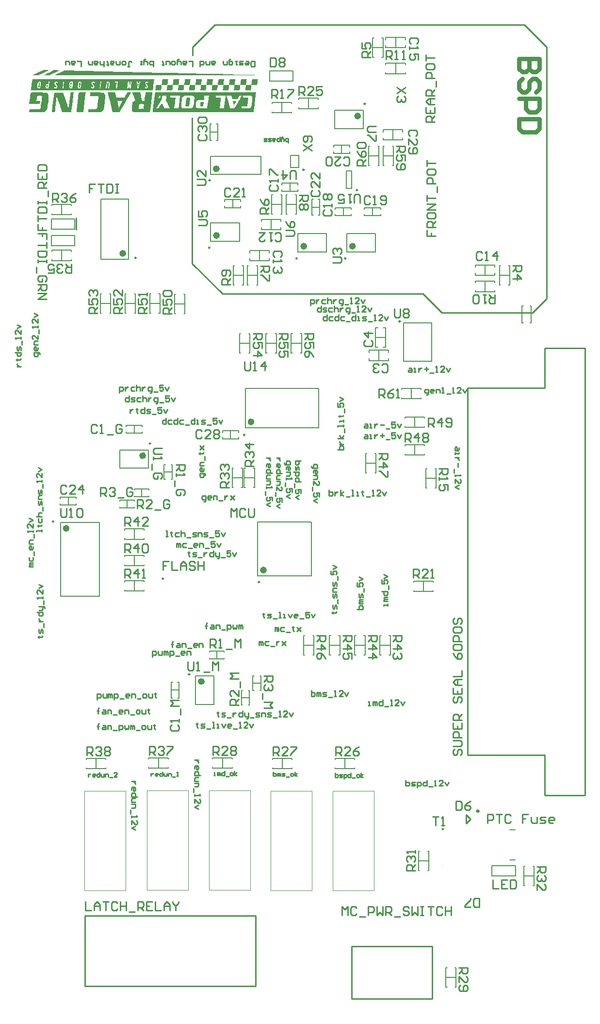
<source format=gto>
G04*
G04 #@! TF.GenerationSoftware,Altium Limited,Altium Designer,18.1.9 (240)*
G04*
G04 Layer_Color=65535*
%FSLAX25Y25*%
%MOIN*%
G70*
G01*
G75*
%ADD10C,0.00394*%
%ADD11C,0.00984*%
%ADD12C,0.02362*%
%ADD13C,0.01968*%
%ADD14C,0.00591*%
%ADD15C,0.01000*%
%ADD16C,0.00787*%
%ADD17C,0.03150*%
G36*
X404475Y677784D02*
X406109D01*
X407392Y677667D01*
X410658D01*
X412641Y677551D01*
X414857Y677551D01*
X417307Y677434D01*
X419873D01*
X422673Y677317D01*
X425589D01*
X431538Y677084D01*
X437721Y676967D01*
X444020Y676851D01*
X449969Y676618D01*
X452885D01*
X455685Y676501D01*
X458251D01*
X460701Y676384D01*
X462917D01*
X464900Y676268D01*
X468166D01*
X469450Y676151D01*
X463850D01*
X462334Y676034D01*
X339851Y676034D01*
X337752Y676151D01*
X331336D01*
X331453Y676268D01*
X331686Y676384D01*
X332153Y676501D01*
X332736Y676851D01*
X333552Y677201D01*
X334602Y677784D01*
X337868Y679300D01*
X404475Y677784D01*
D02*
G37*
G36*
X333319Y679417D02*
X334019Y679300D01*
X334252D01*
X334136Y679184D01*
X333902Y679067D01*
X333319Y678834D01*
X333202Y678717D01*
X332619Y678484D01*
X331919Y678134D01*
X330986Y677784D01*
X327486Y676034D01*
X323987D01*
X323870Y676151D01*
X323754D01*
X323987Y676268D01*
X324220Y676384D01*
X324570Y676501D01*
X325270Y676851D01*
X326087Y677201D01*
X327253Y677784D01*
X330636Y679534D01*
X332736D01*
X333319Y679417D01*
D02*
G37*
G36*
X325853Y679534D02*
X327020D01*
X326787Y679417D01*
X326553Y679300D01*
X326203Y679067D01*
X325620Y678834D01*
X324804Y678367D01*
X323637Y677784D01*
X319904Y676034D01*
X316405D01*
X316288Y676151D01*
X316172D01*
X316405Y676268D01*
X316638Y676384D01*
X317105Y676618D01*
X317688Y676851D01*
X318621Y677317D01*
X319788Y677901D01*
X323637Y679650D01*
X325270D01*
X325853Y679534D01*
D02*
G37*
G36*
X470849Y673235D02*
X470733Y673001D01*
Y672885D01*
X470616Y672768D01*
Y672185D01*
Y672068D01*
X470499Y671835D01*
Y671252D01*
X470383Y669502D01*
X466417D01*
Y669385D01*
Y669152D01*
Y668919D01*
Y668569D01*
X466300Y668102D01*
Y667519D01*
X465950Y665653D01*
X461984D01*
X462217Y665769D01*
Y665886D01*
Y666236D01*
X462334Y666702D01*
Y667169D01*
X462451Y668452D01*
Y668919D01*
Y669385D01*
X462217D01*
X461984Y669502D01*
X458718D01*
Y669735D01*
X458834Y669969D01*
Y670319D01*
X458951Y670785D01*
X459068Y671485D01*
X459184Y673468D01*
X463151D01*
Y673235D01*
X463034Y673001D01*
Y672651D01*
Y672185D01*
X462917Y671602D01*
Y671485D01*
Y671252D01*
X462801Y670668D01*
X462684Y669969D01*
Y669735D01*
Y669619D01*
X462917Y669502D01*
X466417D01*
Y669735D01*
X466533Y670202D01*
X466650Y670902D01*
X466767Y671602D01*
X466883Y673468D01*
X470849D01*
Y673235D01*
D02*
G37*
G36*
X455335Y673118D02*
X455218Y672885D01*
Y672535D01*
Y672068D01*
X455102Y671485D01*
Y671368D01*
Y671135D01*
X454985Y670435D01*
X454868Y669852D01*
Y669619D01*
Y669502D01*
X458718D01*
Y669152D01*
X458601Y668919D01*
Y668569D01*
Y668102D01*
X458485Y667519D01*
Y667402D01*
Y667169D01*
X458368Y666586D01*
X458251Y665886D01*
Y665769D01*
Y665653D01*
X454285D01*
X454402Y665769D01*
Y666002D01*
Y666236D01*
X454518Y666586D01*
Y667052D01*
X454635Y667635D01*
X454752Y669502D01*
X452885Y669385D01*
X451019D01*
X450786Y667519D01*
Y667402D01*
Y667169D01*
X450669Y666586D01*
X450552Y665886D01*
Y665769D01*
Y665653D01*
X447053D01*
X446819Y665769D01*
X446703D01*
Y666002D01*
Y666236D01*
X446819Y666586D01*
Y667052D01*
X446936Y667635D01*
Y667752D01*
Y667869D01*
X447053Y668569D01*
X447169Y669152D01*
Y669385D01*
Y669502D01*
X443320D01*
Y669735D01*
Y669969D01*
Y670202D01*
X443437Y670552D01*
Y671018D01*
X443553Y671602D01*
X443787Y673468D01*
X447636D01*
Y673351D01*
Y673235D01*
X447519Y672885D01*
Y672418D01*
X447403Y671835D01*
X447286Y670552D01*
X447169Y669969D01*
Y669502D01*
X450669D01*
X450902Y669619D01*
X451019D01*
Y669852D01*
Y670202D01*
X451135Y670552D01*
Y671018D01*
X451252Y671602D01*
Y671718D01*
Y671835D01*
X451369Y672535D01*
X451485Y673118D01*
Y673351D01*
Y673468D01*
X455335D01*
Y673118D01*
D02*
G37*
G36*
X439937Y673235D02*
X439820Y673001D01*
Y672651D01*
Y672185D01*
X439704Y671602D01*
Y671485D01*
Y671252D01*
X439587Y670668D01*
X439470Y669969D01*
Y669735D01*
Y669619D01*
X439704Y669502D01*
X443320D01*
Y669385D01*
Y669152D01*
X443203Y668919D01*
Y668569D01*
Y668102D01*
X443087Y667519D01*
X442737Y665653D01*
X439004D01*
Y665769D01*
Y665886D01*
X439121Y666236D01*
Y666819D01*
X439237Y667402D01*
X439354Y668102D01*
Y668685D01*
X439470Y669152D01*
Y669385D01*
X439237D01*
X439004Y669502D01*
X435504D01*
Y669385D01*
Y669269D01*
X435388Y668919D01*
Y668452D01*
X435271Y667869D01*
X435154Y666586D01*
X435038Y666119D01*
Y665653D01*
X431305D01*
Y665769D01*
Y665886D01*
X431422Y666236D01*
Y666586D01*
X431538Y667169D01*
X431655Y668335D01*
X431772Y668919D01*
Y669385D01*
X431538D01*
X431305Y669502D01*
X427806D01*
Y669619D01*
Y669852D01*
X427922Y670435D01*
X428039Y670902D01*
X428156Y671485D01*
Y671602D01*
Y671718D01*
Y672301D01*
X428272Y672885D01*
Y673351D01*
Y673468D01*
X432238D01*
Y673118D01*
X432122Y672885D01*
Y672535D01*
Y672068D01*
X432005Y671485D01*
Y671368D01*
Y671135D01*
X431888Y670435D01*
X431772Y669852D01*
Y669619D01*
Y669502D01*
X435504D01*
Y669619D01*
Y669852D01*
X435621Y670085D01*
Y670435D01*
X435738Y671018D01*
X435854Y671602D01*
X435971Y673468D01*
X439937D01*
Y673235D01*
D02*
G37*
G36*
X416840Y673351D02*
Y673118D01*
X416724Y672885D01*
Y672535D01*
Y672068D01*
X416607Y671485D01*
Y671368D01*
Y671252D01*
X416491Y670552D01*
X416374Y669852D01*
Y669619D01*
Y669502D01*
X412524Y669502D01*
X412408Y669385D01*
Y669269D01*
Y669035D01*
Y668452D01*
X412291Y667519D01*
Y667402D01*
Y667285D01*
X412174Y666586D01*
X412058Y666002D01*
Y665769D01*
Y665653D01*
X408092D01*
Y665886D01*
X408208Y666119D01*
Y666469D01*
X408325Y666936D01*
X408442Y667519D01*
Y667635D01*
Y667752D01*
X408558Y668452D01*
X408675Y669152D01*
Y669385D01*
Y669502D01*
X404825D01*
X404709Y669385D01*
Y669152D01*
X404592Y668919D01*
Y668569D01*
Y668102D01*
X404475Y667519D01*
X404242Y665653D01*
X400393D01*
Y665769D01*
Y666002D01*
Y666119D01*
X400509Y666702D01*
Y666819D01*
Y666936D01*
X400626Y667635D01*
X400859Y669502D01*
X404709D01*
Y669735D01*
Y669969D01*
X404825Y670319D01*
Y670785D01*
X404942Y671485D01*
Y671602D01*
Y671718D01*
X405059Y672418D01*
X405175Y673118D01*
Y673351D01*
Y673468D01*
X409141D01*
Y673351D01*
Y673118D01*
X409025Y672885D01*
Y672535D01*
Y672068D01*
X408908Y671485D01*
Y671368D01*
Y671252D01*
X408792Y670552D01*
X408675Y669852D01*
Y669619D01*
Y669502D01*
X412408D01*
X412758Y671485D01*
Y671602D01*
Y671718D01*
Y672418D01*
X412874Y673118D01*
Y673351D01*
Y673468D01*
X416840Y673468D01*
Y673351D01*
D02*
G37*
G36*
X427806Y669152D02*
X427689Y668919D01*
Y668569D01*
Y668102D01*
X427572Y667519D01*
Y667402D01*
Y667169D01*
X427456Y666586D01*
X427339Y665886D01*
Y665769D01*
Y665653D01*
X423606D01*
Y665769D01*
Y666002D01*
Y666236D01*
Y666469D01*
X423723Y666936D01*
Y667519D01*
Y667635D01*
Y667752D01*
X423839Y668452D01*
X423956Y669035D01*
Y669269D01*
X424073Y669385D01*
Y669502D01*
X427806D01*
Y669152D01*
D02*
G37*
G36*
X424539Y673351D02*
Y673118D01*
Y672885D01*
X424423Y672535D01*
Y672068D01*
X424306Y671485D01*
X424189Y670668D01*
X424073Y669735D01*
Y669502D01*
X420107D01*
X419990Y667635D01*
Y667519D01*
Y667286D01*
X419873Y666702D01*
X419757Y666002D01*
X419640Y665886D01*
Y665769D01*
Y665653D01*
X415907D01*
Y665886D01*
Y666119D01*
Y666469D01*
X416024Y667052D01*
X416141Y667635D01*
X416257Y668452D01*
X416374Y669385D01*
Y669502D01*
X420107D01*
X420457Y671485D01*
Y671602D01*
Y671718D01*
Y672418D01*
X420573Y673001D01*
Y673235D01*
Y673351D01*
Y673468D01*
X424539D01*
Y673351D01*
D02*
G37*
G36*
X399460Y673351D02*
Y673235D01*
Y673001D01*
Y672535D01*
X399343Y671835D01*
X399226Y670785D01*
X399110Y669502D01*
X398876Y667752D01*
X398526Y665769D01*
Y665653D01*
X320021D01*
X318738Y665769D01*
X314888D01*
Y665886D01*
Y666119D01*
Y666702D01*
X315005Y667402D01*
X315122Y668452D01*
X315238Y669735D01*
X315472Y671368D01*
X315822Y673351D01*
Y673468D01*
X399460D01*
Y673351D01*
D02*
G37*
G36*
X383362Y664019D02*
X383129Y663436D01*
X382895Y662969D01*
X382545Y662503D01*
X382195Y661686D01*
X381612Y660870D01*
X381029Y659820D01*
X380329Y658537D01*
X379512Y657020D01*
X378463Y655271D01*
X377296Y653288D01*
X376013Y650955D01*
X375896Y650605D01*
X371114D01*
X369714Y656437D01*
X369597Y656670D01*
X369480Y657254D01*
X369131Y658303D01*
X368897Y659470D01*
Y659587D01*
X368781Y659703D01*
X368664Y660403D01*
X368431Y661220D01*
X368197Y662036D01*
Y662153D01*
X368081Y662503D01*
X367964Y662853D01*
Y663086D01*
X367731Y664253D01*
X372747D01*
X373213Y662503D01*
Y662386D01*
X373330Y662270D01*
X373447Y661570D01*
X373563Y660986D01*
X373680Y660870D01*
Y660753D01*
Y660637D01*
X379163D01*
X380096Y662503D01*
X381262Y664253D01*
X383478D01*
X383362Y664019D01*
D02*
G37*
G36*
X398410D02*
Y663903D01*
Y663669D01*
X398293Y663203D01*
X398176Y662386D01*
X398060Y661220D01*
X397943Y660520D01*
X397827Y659587D01*
X397710Y658653D01*
X397593Y657487D01*
Y657370D01*
Y657254D01*
X397477Y656437D01*
X397360Y655387D01*
X397127Y654221D01*
X397010Y652938D01*
X396893Y651888D01*
X396777Y651188D01*
X396660Y650955D01*
Y650838D01*
Y650605D01*
X391294Y650838D01*
X385462D01*
X385345Y650955D01*
X384995Y651071D01*
X384645Y651421D01*
X384412Y651771D01*
Y651888D01*
X384295Y652121D01*
Y652354D01*
Y652821D01*
Y653288D01*
Y653987D01*
X384412Y654921D01*
Y655037D01*
Y655271D01*
X384528Y656087D01*
Y656904D01*
X384645Y657254D01*
Y657487D01*
X384762Y657604D01*
X384995Y657837D01*
X385578Y658187D01*
X386278Y658420D01*
X386628D01*
Y658537D01*
X386511Y658770D01*
X386395Y659120D01*
X386278Y659703D01*
X386045Y660403D01*
X385695Y661336D01*
Y661453D01*
X385578Y661803D01*
X385345Y662270D01*
X385112Y662736D01*
X384995Y663319D01*
X384762Y663786D01*
X384645Y664136D01*
Y664253D01*
X389894D01*
X390011Y663903D01*
Y663786D01*
X390128Y663553D01*
Y663436D01*
X390244Y663203D01*
X390361Y662853D01*
X390477Y662386D01*
Y662270D01*
X390594Y661920D01*
X390711Y661453D01*
Y661103D01*
X391411Y658420D01*
X392811D01*
X392927Y658537D01*
Y658653D01*
Y658887D01*
Y659237D01*
X393044Y659703D01*
Y660403D01*
X393161Y661336D01*
Y661453D01*
X393277Y661803D01*
X393394Y662270D01*
X393510Y662736D01*
Y662853D01*
Y663086D01*
X393627Y663903D01*
Y664019D01*
Y664136D01*
Y664253D01*
X398410D01*
Y664019D01*
D02*
G37*
G36*
X344167D02*
Y663903D01*
Y663669D01*
X344051Y663203D01*
Y662386D01*
X343817Y661220D01*
Y660520D01*
X343701Y659587D01*
X343584Y658653D01*
X343468Y657487D01*
Y657370D01*
Y657254D01*
X343351Y656904D01*
Y656437D01*
X343234Y655387D01*
X343001Y654104D01*
X342884Y652938D01*
X342768Y651888D01*
Y651421D01*
X342651Y651071D01*
Y650955D01*
Y650838D01*
X342534Y650605D01*
X336352D01*
X336002Y651654D01*
Y651771D01*
X335885Y652121D01*
X335769Y652588D01*
Y652704D01*
X335535Y653054D01*
X335419Y653754D01*
X335069Y654571D01*
X334952Y654804D01*
X334836Y655387D01*
X334486Y656087D01*
X334252Y656904D01*
X334136Y657137D01*
X334019Y657720D01*
X333669Y658420D01*
X333436Y659237D01*
X333319Y659353D01*
X333202Y659820D01*
X333086Y660403D01*
X332969Y660986D01*
Y661103D01*
X332852Y661220D01*
X332736Y661453D01*
X332619Y661570D01*
Y661453D01*
X332503Y661336D01*
Y660870D01*
X332386Y660287D01*
X332269Y659353D01*
X332153Y657954D01*
X332036Y657137D01*
X331919Y656204D01*
Y656087D01*
Y655970D01*
X331803Y655387D01*
X331686Y654454D01*
X331569Y653521D01*
Y652471D01*
X331453Y651654D01*
X331336Y650955D01*
Y650838D01*
Y650721D01*
X331219Y650605D01*
X329703D01*
X329353Y650721D01*
X329236Y650838D01*
Y650955D01*
Y651188D01*
X329353Y651771D01*
Y651888D01*
Y652354D01*
X329470Y653171D01*
X329586Y654221D01*
Y654337D01*
Y654454D01*
X329703Y655271D01*
X329819Y656320D01*
X330053Y657487D01*
X330869Y664019D01*
X336935D01*
X338802Y658537D01*
Y658420D01*
X338918Y658303D01*
X339152Y657720D01*
X339502Y656787D01*
X339851Y655854D01*
Y655737D01*
X339968Y655621D01*
X340085Y655154D01*
X340318Y654454D01*
X340551Y653871D01*
Y653754D01*
X340668Y653404D01*
X340785Y653171D01*
Y653404D01*
X340901Y653871D01*
Y654454D01*
X341018Y655504D01*
X341135Y656787D01*
X341251Y657604D01*
X341368Y658537D01*
Y658770D01*
X341484Y659353D01*
X341601Y660170D01*
X341718Y661220D01*
X341834Y662153D01*
X341951Y663086D01*
X342068Y663669D01*
X342184Y663903D01*
Y664019D01*
Y664253D01*
X344167D01*
Y664019D01*
D02*
G37*
G36*
X469566Y664019D02*
Y663903D01*
Y663553D01*
X469450Y663086D01*
X469333Y662270D01*
X469216Y661103D01*
X469100Y660403D01*
X468983Y659587D01*
X468866Y658537D01*
X468750Y657487D01*
Y657370D01*
Y657254D01*
X468633Y656904D01*
Y656437D01*
X468516Y655387D01*
X468283Y654104D01*
X468166Y652938D01*
X468050Y651888D01*
Y651421D01*
X467933Y651071D01*
Y650955D01*
Y650838D01*
Y650605D01*
X398410Y650605D01*
X398526Y650838D01*
Y650955D01*
Y651188D01*
X398643Y651771D01*
X398760Y652588D01*
X398876Y653754D01*
X398993Y654454D01*
X399110Y655387D01*
X399226Y656437D01*
X399343Y657604D01*
X400160Y664253D01*
X469566Y664253D01*
Y664019D01*
D02*
G37*
G36*
X362948Y664136D02*
X363765D01*
X364465Y664019D01*
X364814Y663903D01*
X364931Y663786D01*
X365281Y663553D01*
X365398Y663436D01*
X365631Y663086D01*
X365864Y662503D01*
X366098Y661686D01*
Y661570D01*
Y661336D01*
X365981Y660986D01*
Y660520D01*
X365864Y659820D01*
X365748Y658770D01*
X365631Y657604D01*
Y657370D01*
X365514Y656904D01*
Y656320D01*
X365398Y655504D01*
X365281Y654687D01*
X365164Y653987D01*
X365048Y653404D01*
Y653054D01*
Y652938D01*
X364931Y652704D01*
X364465Y652004D01*
X363765Y651188D01*
X363181Y650838D01*
X362598Y650605D01*
X354316D01*
Y650838D01*
Y650955D01*
Y651421D01*
Y652004D01*
X354433Y652821D01*
X358982D01*
X359449Y652938D01*
X359799D01*
X359915Y653054D01*
X360032Y653171D01*
X360149Y653288D01*
X360265Y653521D01*
Y653754D01*
X360382Y653987D01*
X360498Y654454D01*
Y655154D01*
X360732Y656204D01*
X360848Y657487D01*
X361432Y661336D01*
X361198Y661570D01*
Y661686D01*
X361082Y661803D01*
X355366D01*
Y662036D01*
Y662153D01*
X355483Y662503D01*
X355599Y663086D01*
X355716Y664253D01*
X362132D01*
X362948Y664136D01*
D02*
G37*
G36*
X352566Y664019D02*
Y663903D01*
X352450Y663553D01*
Y663086D01*
X352333Y662270D01*
X352100Y661103D01*
X351983Y660287D01*
X351866Y659470D01*
X351750Y658420D01*
X351633Y657254D01*
X350816Y650605D01*
X346150D01*
Y650838D01*
Y650955D01*
Y651188D01*
X346267Y651654D01*
X346384Y652471D01*
Y652938D01*
X346500Y653638D01*
X346617Y654454D01*
X346734Y655271D01*
X346850Y656320D01*
X346967Y657487D01*
Y657604D01*
Y657720D01*
X347084Y658537D01*
X347200Y659587D01*
X347317Y660753D01*
X347434Y661920D01*
X347550Y663086D01*
X347667Y663786D01*
Y664019D01*
Y664136D01*
X347900D01*
X348250Y664253D01*
X352566D01*
Y664019D01*
D02*
G37*
G36*
X323520Y664136D02*
X325153D01*
X325503Y664019D01*
X325737Y663903D01*
X326203Y663669D01*
X326670Y663086D01*
X326903Y662736D01*
X327020Y662153D01*
Y662036D01*
Y661803D01*
Y661336D01*
Y660753D01*
Y659937D01*
X326903Y658887D01*
X326787Y657487D01*
Y657370D01*
X326670Y656904D01*
X326553Y656320D01*
X326437Y655621D01*
Y654921D01*
X326320Y654221D01*
X326203Y653754D01*
Y653521D01*
Y653404D01*
X326087Y653288D01*
X325853Y652588D01*
X325387Y651888D01*
X324687Y651188D01*
X324570Y651071D01*
X324337Y650955D01*
X324104Y650838D01*
X323637D01*
X323404Y650721D01*
X322471D01*
X321537Y650605D01*
X313605D01*
Y650838D01*
Y650955D01*
X313722Y651304D01*
X313839Y651888D01*
X313955Y652821D01*
X320954D01*
X321071Y653054D01*
X321304Y653171D01*
X321537Y653521D01*
Y653638D01*
Y653754D01*
Y654104D01*
X321654Y654571D01*
X321771Y655271D01*
X321887Y656204D01*
X322004Y657487D01*
Y657604D01*
X322121Y658070D01*
Y658653D01*
X322237Y659353D01*
X322354Y660053D01*
Y660637D01*
X322471Y661103D01*
Y661336D01*
Y661453D01*
X322354Y661570D01*
X322121Y661803D01*
X322004Y662036D01*
X320371D01*
X319904Y661920D01*
X319671Y661803D01*
X319554D01*
X319438Y661686D01*
X319204Y661336D01*
X319088Y661220D01*
X318971Y660753D01*
X318854Y660287D01*
Y659820D01*
X318738Y659120D01*
Y658420D01*
X321187D01*
Y658187D01*
Y658070D01*
Y657720D01*
X321071Y657137D01*
X320954Y656204D01*
X314188D01*
X313722Y656320D01*
X313605D01*
Y656554D01*
X313722Y656787D01*
Y657254D01*
X313839Y657954D01*
X313955Y658887D01*
X314188Y660170D01*
Y660287D01*
X314305Y660753D01*
Y661336D01*
X314422Y662153D01*
X314538Y662853D01*
Y663436D01*
X314655Y663903D01*
Y664136D01*
X315355D01*
X315938Y664253D01*
X322587D01*
X323520Y664136D01*
D02*
G37*
%LPC*%
G36*
X389778Y671718D02*
X389428D01*
Y671602D01*
Y671485D01*
X389311Y671252D01*
X389194Y671018D01*
X389078Y670668D01*
X388261D01*
Y670785D01*
Y671018D01*
Y671485D01*
Y671718D01*
X387678D01*
Y671602D01*
Y671368D01*
Y671135D01*
Y670785D01*
X387795Y670319D01*
Y669619D01*
Y669502D01*
Y669269D01*
Y668569D01*
Y667752D01*
Y667402D01*
Y667169D01*
Y667052D01*
X388728D01*
Y667285D01*
X388844Y667519D01*
Y667869D01*
X389078Y668569D01*
X389311Y669269D01*
X389544Y670319D01*
X390011Y671602D01*
X389778Y671718D01*
D02*
G37*
G36*
X395027D02*
X394444D01*
X394094Y671602D01*
X393744Y671368D01*
X393510Y670785D01*
Y670668D01*
Y670319D01*
X393744Y669852D01*
X394094Y669269D01*
X394210Y669152D01*
X394327Y669035D01*
X394444Y668685D01*
X394560Y668452D01*
Y668335D01*
Y667985D01*
X394444Y667752D01*
X394094Y667635D01*
X393977D01*
X393860Y667752D01*
Y667985D01*
Y668102D01*
X393161D01*
Y667985D01*
Y667869D01*
Y667635D01*
X393277Y667402D01*
X393510Y667169D01*
X393744Y667052D01*
X394327D01*
X394560Y667169D01*
X394677Y667285D01*
X394910Y667402D01*
X395260Y667869D01*
X395377Y668452D01*
Y668569D01*
X395260Y668802D01*
X395027Y669152D01*
X394560Y669735D01*
X394444Y669969D01*
X394094Y670202D01*
Y670435D01*
Y670785D01*
X394210Y670902D01*
X394327Y671018D01*
X394560Y671135D01*
X394677D01*
X394794Y671018D01*
X394910Y670902D01*
X395027Y670668D01*
Y670552D01*
X395727D01*
Y670785D01*
Y670902D01*
X395610Y671135D01*
X395377Y671485D01*
X395027Y671718D01*
D02*
G37*
G36*
X357932Y671835D02*
X357699D01*
X357349Y671718D01*
X356999Y671485D01*
X356882Y671368D01*
X356766Y671135D01*
X356649Y670785D01*
X356532Y670319D01*
Y670202D01*
X356649Y669969D01*
X356882Y669619D01*
X357232Y669269D01*
X357349Y669152D01*
X357466Y668919D01*
X357582Y668569D01*
X357699Y668335D01*
Y668219D01*
Y667985D01*
X357582Y667752D01*
X357466Y667635D01*
X357232D01*
X357116Y667752D01*
X356999Y668102D01*
X356299D01*
X356182Y667985D01*
Y667869D01*
Y667752D01*
X356299Y667635D01*
X356532Y667402D01*
X356649Y667285D01*
X356882Y667169D01*
X356999Y667052D01*
X357466D01*
X357816Y667169D01*
X358049Y667402D01*
X358166Y667519D01*
X358399Y667869D01*
X358515Y668335D01*
X358399Y668685D01*
X358282Y669035D01*
X358166Y669152D01*
X357699Y669735D01*
X357582Y669852D01*
X357466Y669969D01*
X357349Y670319D01*
X357232Y670552D01*
Y670668D01*
Y670785D01*
X357349Y671018D01*
X357582Y671135D01*
X358049D01*
Y671018D01*
X358282Y670668D01*
Y670552D01*
X358865D01*
Y670668D01*
Y670902D01*
X358749Y671018D01*
Y671252D01*
X358632Y671485D01*
X358166Y671718D01*
X357932Y671835D01*
D02*
G37*
G36*
X332503D02*
X332153D01*
X331803Y671718D01*
X331453Y671485D01*
X331336Y671368D01*
X331219Y671135D01*
X331103Y670785D01*
Y670319D01*
Y670202D01*
X331219Y669969D01*
X331336Y669619D01*
X331686Y669269D01*
X331803Y669152D01*
X331919Y668919D01*
X332153Y668569D01*
X332269Y668335D01*
Y668219D01*
Y667985D01*
X332153Y667752D01*
X331919Y667635D01*
X331686D01*
X331569Y667752D01*
X331453Y668102D01*
X330869D01*
Y667985D01*
Y667869D01*
Y667752D01*
X330986Y667402D01*
X331103Y667285D01*
X331336Y667169D01*
X331453Y667052D01*
X332036D01*
X332269Y667169D01*
X332503Y667402D01*
X332619Y667519D01*
X332852Y667869D01*
X332969Y668335D01*
Y668685D01*
X332852Y669035D01*
X332736Y669152D01*
X332503Y669385D01*
X332269Y669735D01*
X332153Y669852D01*
X332036Y669969D01*
X331919Y670319D01*
X331803Y670552D01*
Y670668D01*
Y670785D01*
X332036Y671018D01*
X332269Y671135D01*
X332619D01*
Y671018D01*
X332736Y670668D01*
Y670552D01*
X333319D01*
Y670668D01*
Y670902D01*
X333202Y671018D01*
Y671252D01*
X333086Y671485D01*
X332736Y671718D01*
X332503Y671835D01*
D02*
G37*
G36*
X383945Y671718D02*
X383245D01*
Y671602D01*
Y671368D01*
Y670902D01*
X383129Y670202D01*
Y670085D01*
Y669969D01*
X383012Y669502D01*
X382895Y669035D01*
Y668919D01*
X382779Y669385D01*
Y669735D01*
X382662Y670202D01*
X382312Y671718D01*
X381495D01*
Y671368D01*
X381379Y671135D01*
Y670668D01*
Y670085D01*
X381262Y669385D01*
Y669269D01*
Y669035D01*
X381146Y668335D01*
X381029Y667635D01*
Y667285D01*
Y667169D01*
Y667052D01*
X381729D01*
Y667169D01*
Y667402D01*
X381845Y667752D01*
Y668102D01*
X381962Y669152D01*
Y670202D01*
X382079Y669969D01*
X382195Y669502D01*
X382312Y669152D01*
Y668569D01*
X382662Y667052D01*
X383362D01*
X383478Y667169D01*
Y667402D01*
Y667635D01*
X383595Y668102D01*
Y668569D01*
X383712Y669269D01*
Y669385D01*
Y669619D01*
X383828Y670319D01*
X383945Y671135D01*
Y671368D01*
Y671602D01*
Y671718D01*
D02*
G37*
G36*
X321187D02*
X320371D01*
X320021Y671485D01*
X319904Y671368D01*
X319788Y671135D01*
X319671Y670552D01*
X319438Y669735D01*
Y669619D01*
Y669502D01*
X319321Y668802D01*
Y668102D01*
Y667869D01*
Y667635D01*
Y667519D01*
X319554Y667402D01*
X319788Y667285D01*
X320021Y667169D01*
X320721D01*
X320954Y667402D01*
X321187Y667635D01*
X321421Y667985D01*
Y668219D01*
Y668685D01*
X321537Y669152D01*
Y669619D01*
Y669852D01*
Y670319D01*
X321654Y670902D01*
Y671018D01*
Y671135D01*
Y671252D01*
X321421Y671485D01*
X321187Y671718D01*
D02*
G37*
G36*
X374613D02*
X372747D01*
Y671485D01*
X372630D01*
X372513Y671368D01*
Y671252D01*
Y671135D01*
Y671018D01*
X373797D01*
Y670902D01*
Y670668D01*
X373680Y670085D01*
X373563Y669619D01*
X373447Y669035D01*
Y668919D01*
Y668802D01*
X373330Y668219D01*
Y667635D01*
Y667169D01*
Y667052D01*
X374030D01*
Y667169D01*
Y667402D01*
X374147Y668102D01*
Y668685D01*
X374263Y669269D01*
Y669385D01*
Y669619D01*
X374380Y670319D01*
X374497Y671135D01*
Y671368D01*
Y671602D01*
X374613Y671718D01*
D02*
G37*
G36*
X368081Y671835D02*
X367847Y671718D01*
X367497Y671602D01*
X367381D01*
X367264Y671485D01*
X367031Y671252D01*
X366914Y671018D01*
Y670902D01*
Y670668D01*
X366798Y670085D01*
X366681Y669619D01*
X366564Y669035D01*
Y668919D01*
Y668685D01*
X366448Y668102D01*
Y667402D01*
Y667285D01*
Y667169D01*
Y667052D01*
X366914D01*
X367031Y667169D01*
Y667402D01*
Y667635D01*
X367147Y667985D01*
Y668452D01*
X367264Y669035D01*
Y669152D01*
Y669269D01*
X367381Y669852D01*
X367497Y670552D01*
Y670668D01*
Y670785D01*
X367614Y670902D01*
X367731Y671018D01*
X367964Y671135D01*
X368081D01*
X368314Y671018D01*
Y670902D01*
Y670785D01*
Y670552D01*
Y670319D01*
Y669969D01*
X368197Y669502D01*
Y668919D01*
Y668802D01*
Y668685D01*
X368081Y667985D01*
X367964Y667402D01*
Y667285D01*
Y667169D01*
Y667052D01*
X368664D01*
Y667169D01*
Y667285D01*
X368781Y667635D01*
Y667985D01*
X368897Y669269D01*
Y670785D01*
Y670902D01*
X368781Y671252D01*
X368664Y671485D01*
X368314Y671718D01*
X368197D01*
X368081Y671835D01*
D02*
G37*
G36*
X363298Y671718D02*
X362598D01*
Y671602D01*
Y671485D01*
Y671252D01*
Y671135D01*
X362481Y670902D01*
Y670552D01*
Y670085D01*
Y669969D01*
X362365Y669619D01*
X362248Y668802D01*
Y668685D01*
X362132Y668335D01*
Y667635D01*
Y667519D01*
X362015Y667402D01*
Y667285D01*
Y667169D01*
Y667052D01*
X362598D01*
Y667402D01*
X362715Y667635D01*
Y668102D01*
X362831Y668685D01*
X362948Y669385D01*
Y669502D01*
Y669735D01*
X363065Y670552D01*
X363181Y671252D01*
X363298Y671602D01*
Y671718D01*
D02*
G37*
G36*
X348250Y671835D02*
X347784Y671602D01*
X347550Y671368D01*
X347317Y671018D01*
Y670902D01*
Y670668D01*
Y670202D01*
X347200Y669385D01*
Y669269D01*
Y669152D01*
X347084Y668685D01*
Y668102D01*
Y667985D01*
Y667869D01*
Y667752D01*
X347200Y667635D01*
X347317Y667285D01*
X347667Y667052D01*
X348134D01*
X348483Y667169D01*
X348833Y667402D01*
X349067Y667869D01*
X349183Y668102D01*
X349300Y668569D01*
X349417Y668919D01*
Y669385D01*
Y669619D01*
Y670085D01*
X349533Y670668D01*
Y671018D01*
Y671135D01*
X349417Y671252D01*
X349183Y671485D01*
X348950Y671718D01*
X348717D01*
X348250Y671835D01*
D02*
G37*
G36*
X343701Y671718D02*
X342301D01*
X342184Y671602D01*
X341951D01*
X341834Y671485D01*
X341601Y671252D01*
Y671135D01*
X341484Y670902D01*
X341251Y670202D01*
Y670085D01*
Y669969D01*
X341368Y669735D01*
Y669619D01*
X341484Y669502D01*
X341601Y669385D01*
X341718D01*
Y669269D01*
X341601D01*
X341368Y669035D01*
X341251Y668919D01*
X341135Y668569D01*
Y668102D01*
X341368Y667402D01*
X341484Y667285D01*
X341718Y667169D01*
X341834Y667052D01*
X343118D01*
X343234Y667169D01*
Y667402D01*
X343351Y667752D01*
Y668102D01*
X343468Y668685D01*
X343584Y669385D01*
Y669502D01*
Y669735D01*
Y670552D01*
X343701Y671252D01*
Y671602D01*
Y671718D01*
D02*
G37*
G36*
X337752D02*
X337169D01*
Y671602D01*
Y671485D01*
X337052Y671252D01*
Y671135D01*
X336935Y670902D01*
Y670552D01*
Y670085D01*
Y669969D01*
X336819Y669619D01*
Y668802D01*
Y668685D01*
X336702Y668335D01*
Y667635D01*
Y667519D01*
Y667402D01*
Y667285D01*
Y667169D01*
X336469Y667052D01*
X337285D01*
Y667402D01*
Y667635D01*
Y668102D01*
X337402Y668685D01*
Y669385D01*
Y669502D01*
Y669735D01*
X337518Y670552D01*
X337635Y671252D01*
X337752Y671602D01*
Y671718D01*
D02*
G37*
G36*
X327486D02*
X326903D01*
Y671602D01*
Y671368D01*
X326787Y670785D01*
Y670085D01*
X326087D01*
X325737Y669969D01*
X325503Y669735D01*
X325387Y669619D01*
X325270Y669385D01*
X325153Y669035D01*
X325037Y668569D01*
Y668452D01*
Y668335D01*
Y667869D01*
Y667752D01*
X325153Y667635D01*
X325270Y667285D01*
X325620Y667052D01*
X327020D01*
X327253Y669269D01*
Y669385D01*
Y669619D01*
X327370Y670435D01*
X327486Y671135D01*
Y671485D01*
Y671602D01*
Y671718D01*
D02*
G37*
%LPD*%
G36*
X388961Y669969D02*
X388844Y669735D01*
X388728Y669152D01*
Y669035D01*
X388611Y668685D01*
X388494Y668335D01*
X388378Y668219D01*
X388261Y668335D01*
Y668685D01*
Y669269D01*
Y670085D01*
X388961D01*
Y669969D01*
D02*
G37*
G36*
X321071Y671018D02*
Y670785D01*
Y670668D01*
Y670435D01*
Y670085D01*
Y669619D01*
X320954Y668685D01*
X320837Y668219D01*
X320721Y667985D01*
X320604Y667869D01*
Y667752D01*
X320487Y667635D01*
X320021D01*
X319904Y667869D01*
Y668102D01*
Y668335D01*
X320021Y668802D01*
X320138Y669502D01*
Y669619D01*
Y669735D01*
X320254Y670319D01*
X320371Y670785D01*
Y671018D01*
X320487Y671135D01*
X320604D01*
X321071Y671018D01*
D02*
G37*
G36*
X348833D02*
Y670902D01*
Y670785D01*
Y670319D01*
Y669502D01*
Y669385D01*
Y669269D01*
X348717Y668802D01*
X348600Y668335D01*
Y668102D01*
X348483Y667985D01*
X348250Y667752D01*
X347900D01*
X347784Y667869D01*
Y667985D01*
Y668102D01*
Y668569D01*
Y668919D01*
X347900Y669385D01*
Y669619D01*
X348017Y670085D01*
Y670552D01*
X348134Y670668D01*
Y670785D01*
Y670902D01*
X348250Y671018D01*
X348483Y671135D01*
X348717D01*
X348833Y671018D01*
D02*
G37*
G36*
X343001Y670902D02*
Y670785D01*
Y670319D01*
Y670202D01*
X342884Y670085D01*
X342768Y669852D01*
Y669735D01*
Y669619D01*
X342651Y669502D01*
X342418D01*
X342184Y669619D01*
X341951Y669852D01*
Y669969D01*
Y670202D01*
Y670552D01*
X342184Y670785D01*
X342418Y670902D01*
X342768Y671018D01*
X343001D01*
Y670902D01*
D02*
G37*
G36*
X342768Y668802D02*
Y668452D01*
X342651Y667869D01*
X342184D01*
X342068Y667985D01*
X341951D01*
X341834Y668102D01*
Y668335D01*
Y668452D01*
Y668569D01*
X341951Y668802D01*
X342184Y668919D01*
X342301D01*
X342534Y669035D01*
X342768D01*
Y668802D01*
D02*
G37*
G36*
X326553Y669152D02*
Y668802D01*
X326437Y667869D01*
X325737D01*
X325620Y667985D01*
Y668219D01*
Y668569D01*
Y668685D01*
X325737Y668919D01*
X325853Y669152D01*
X326203Y669269D01*
X326553D01*
Y669152D01*
D02*
G37*
%LPC*%
G36*
X377763Y658420D02*
X376013D01*
X374263Y658187D01*
X374380Y657954D01*
Y657837D01*
X374497Y657720D01*
X374613Y657020D01*
Y656904D01*
Y656670D01*
X374730Y655970D01*
Y655854D01*
X374846Y655621D01*
X375080Y654804D01*
X375313Y654104D01*
X375430Y653871D01*
Y653754D01*
X375546Y653871D01*
X375663Y654221D01*
X376013Y654921D01*
X376130Y655154D01*
X376363Y655621D01*
X376713Y656320D01*
X377179Y657254D01*
X377296Y657487D01*
X377413Y657837D01*
X377646Y658187D01*
X377763Y658420D01*
D02*
G37*
G36*
X391877Y656204D02*
X390244D01*
X389778Y656087D01*
X389544D01*
X389428Y655970D01*
X389311Y655737D01*
X389078Y655271D01*
Y654921D01*
X388961Y654454D01*
Y654337D01*
Y654221D01*
X388844Y653754D01*
X388961Y653288D01*
X389078Y653054D01*
X392227D01*
X392344Y654454D01*
Y654571D01*
Y654687D01*
X392461Y655271D01*
X392577Y655737D01*
Y655970D01*
Y656087D01*
X392344D01*
X391877Y656204D01*
D02*
G37*
G36*
X403542Y662036D02*
X403192D01*
X402842Y661803D01*
X402493Y661336D01*
Y661220D01*
X402376Y660986D01*
X402493Y660637D01*
X402842Y660403D01*
X403426D01*
X403542Y660520D01*
X403659Y660637D01*
X403892Y660986D01*
X404009Y661336D01*
Y661453D01*
X403892Y661570D01*
X403776Y661803D01*
X403542Y662036D01*
D02*
G37*
G36*
X459651Y662036D02*
X458251D01*
X457551Y660870D01*
X456968Y659587D01*
X453352D01*
X453002Y660870D01*
X452769Y662036D01*
X449386D01*
Y661920D01*
Y661803D01*
X449502Y661453D01*
X449619Y660987D01*
X449852Y660170D01*
X450202Y659120D01*
X450552Y657720D01*
Y657487D01*
X450786Y657020D01*
X450902Y656320D01*
X451135Y655504D01*
X451369Y654687D01*
X451485Y653988D01*
X451719Y653521D01*
Y653288D01*
X454752D01*
Y653521D01*
Y653638D01*
X454868Y653754D01*
X455102Y654104D01*
X455452Y654571D01*
X455918Y655387D01*
X456501Y656320D01*
X457318Y657720D01*
X457435Y657954D01*
X457668Y658420D01*
X458018Y659120D01*
X458485Y659820D01*
X458951Y660637D01*
X459301Y661336D01*
X459534Y661803D01*
X459651Y662036D01*
D02*
G37*
G36*
X466067D02*
X460584D01*
Y661920D01*
Y661803D01*
Y661453D01*
Y661336D01*
X460467Y661103D01*
Y660753D01*
Y660637D01*
X463850D01*
X464084Y660403D01*
Y660287D01*
X464200D01*
Y660170D01*
Y659820D01*
X464084Y659470D01*
Y659003D01*
Y658420D01*
X463967Y657604D01*
Y657487D01*
X463850Y657254D01*
Y656787D01*
X463734Y656320D01*
Y655854D01*
X463617Y655387D01*
Y655154D01*
Y655037D01*
Y654921D01*
X463384Y654804D01*
X460001D01*
X459884Y654687D01*
X459768D01*
Y654571D01*
Y654337D01*
Y654104D01*
Y653988D01*
X459651Y653754D01*
Y653521D01*
Y653404D01*
X459768D01*
X460001Y653288D01*
X463850D01*
X464784Y653404D01*
X465133D01*
X465367Y653521D01*
X465484D01*
X465717Y653638D01*
X465950Y653988D01*
X466300Y654454D01*
Y654571D01*
X466417Y654687D01*
Y655037D01*
X466533Y655387D01*
X466650Y655970D01*
X466767Y656670D01*
X466883Y657604D01*
Y657720D01*
X467000Y658070D01*
Y658537D01*
X467117Y659120D01*
Y660403D01*
Y660870D01*
X467000Y661103D01*
Y661220D01*
X466883Y661453D01*
X466533Y661686D01*
X466067Y662036D01*
D02*
G37*
G36*
X448569D02*
X442037D01*
X441804Y661570D01*
Y661453D01*
Y661103D01*
Y660987D01*
Y660870D01*
Y660753D01*
Y660637D01*
X445420D01*
Y660520D01*
Y660287D01*
Y659820D01*
X445303Y659120D01*
X445186Y658070D01*
X445070Y656904D01*
X444836Y655387D01*
X444487Y653521D01*
Y653288D01*
X447519D01*
X448103Y657604D01*
Y657837D01*
X448219Y658303D01*
Y658887D01*
X448336Y659703D01*
X448453Y660520D01*
Y661220D01*
X448569Y661803D01*
Y662036D01*
D02*
G37*
G36*
X437138D02*
X434105D01*
Y661803D01*
Y661570D01*
Y661103D01*
X433988Y660403D01*
Y660287D01*
Y660170D01*
X433871Y659703D01*
Y659120D01*
Y659003D01*
Y658887D01*
X429672D01*
X429555Y658770D01*
X429205Y658537D01*
X428739Y658187D01*
X428505Y657604D01*
X428389Y657254D01*
X428272Y657020D01*
Y656670D01*
X428156Y656087D01*
Y655387D01*
Y655271D01*
Y654921D01*
Y654454D01*
Y654104D01*
X428272Y653988D01*
X428389Y653871D01*
X428739Y653638D01*
X429089Y653521D01*
X429205D01*
X429322Y653404D01*
X430022D01*
X430605Y653288D01*
X435388D01*
X435854Y653404D01*
X435971D01*
Y653521D01*
Y653638D01*
X436088Y653988D01*
Y654571D01*
X436204Y655271D01*
X436321Y656437D01*
X436554Y657837D01*
Y658070D01*
X436671Y658537D01*
X436788Y659120D01*
Y659937D01*
X436904Y660753D01*
X437021Y661336D01*
X437138Y661803D01*
Y662036D01*
D02*
G37*
G36*
X424889D02*
X421740D01*
X420690Y661920D01*
X420223D01*
X419990Y661803D01*
X419873Y661686D01*
X419523Y661453D01*
X419057Y660870D01*
X418707Y660053D01*
Y659937D01*
Y659703D01*
X418590Y659353D01*
Y659003D01*
X418473Y658420D01*
X418357Y657720D01*
Y657604D01*
Y657254D01*
X418240Y656787D01*
Y656204D01*
Y654921D01*
Y654454D01*
X418357Y654104D01*
Y653988D01*
X418473Y653871D01*
X418707Y653638D01*
X419057Y653521D01*
X419173Y653288D01*
X423839D01*
X424423Y653404D01*
X425006D01*
X425356Y653521D01*
X425589Y653638D01*
X425706Y653754D01*
X426056Y653871D01*
X426289Y654337D01*
X426522Y654921D01*
Y655037D01*
X426639Y655271D01*
X426756Y655854D01*
X426872Y656437D01*
X426989Y657254D01*
X427106Y658187D01*
X427222Y660287D01*
Y660403D01*
Y660753D01*
Y660870D01*
X426989Y661220D01*
X426756Y661570D01*
X426406Y661803D01*
X426289D01*
X426056Y661920D01*
X425472D01*
X424889Y662036D01*
D02*
G37*
G36*
X417307D02*
X410658Y662036D01*
Y661570D01*
Y661453D01*
X410541Y661220D01*
Y660870D01*
Y660753D01*
Y660637D01*
X414157Y660637D01*
Y660520D01*
Y660287D01*
Y659820D01*
X414041Y659120D01*
X413924Y658187D01*
X413807Y656904D01*
X413574Y655387D01*
X413224Y653521D01*
Y653288D01*
X416141Y653288D01*
X416257Y653404D01*
X416374D01*
Y653521D01*
Y653638D01*
Y653988D01*
X416491Y654571D01*
X416607Y655271D01*
X416724Y656437D01*
X416840Y657837D01*
Y658070D01*
X416957Y658537D01*
Y659120D01*
X417074Y659937D01*
X417190Y660753D01*
Y661336D01*
X417307Y661803D01*
Y662036D01*
D02*
G37*
G36*
X408092Y662036D02*
X405175D01*
X404942Y660403D01*
X404709Y658887D01*
X402959Y656320D01*
X402842Y656204D01*
X402726Y655970D01*
X402142Y655154D01*
X402026Y655037D01*
X401909Y654804D01*
X401676Y654454D01*
X401443Y654104D01*
Y653987D01*
X401326Y653871D01*
X401209Y653754D01*
X401093Y653638D01*
X400859Y653288D01*
X402493D01*
X403776Y655271D01*
Y655387D01*
X404009Y655504D01*
X404359Y656087D01*
X404709Y656670D01*
X404942Y656787D01*
Y656904D01*
X405059Y656670D01*
X405292Y656204D01*
X405525Y655854D01*
X405759Y655271D01*
X406692Y653288D01*
X410191D01*
Y653521D01*
X410075Y653638D01*
Y653871D01*
X409841Y654221D01*
X409608Y654687D01*
X409375Y655387D01*
X408908Y656204D01*
X407625Y658653D01*
X407975Y660403D01*
Y660520D01*
Y660637D01*
Y661220D01*
X408092Y661803D01*
Y661920D01*
Y662036D01*
D02*
G37*
%LPD*%
G36*
X403659Y661686D02*
X403776Y661453D01*
X403892Y661220D01*
Y661103D01*
X403776Y660986D01*
X403659Y660753D01*
X403309Y660637D01*
X403192Y660520D01*
X402959D01*
X402842Y660637D01*
X402726Y660753D01*
X402609Y660870D01*
Y661103D01*
Y661220D01*
X402842Y661570D01*
X402959Y661686D01*
X403542Y661803D01*
X403659Y661686D01*
D02*
G37*
%LPC*%
G36*
X403542Y661570D02*
X403426D01*
Y661453D01*
Y661220D01*
Y661103D01*
X403309D01*
X403192Y661336D01*
X403076Y661453D01*
Y661570D01*
X402959D01*
Y661336D01*
Y661220D01*
X402842Y661103D01*
Y660986D01*
X402959Y660870D01*
Y660753D01*
X403309D01*
X403426Y660986D01*
X403542Y661220D01*
Y661336D01*
Y661453D01*
Y661570D01*
D02*
G37*
%LPD*%
G36*
X403309Y660870D02*
X403076D01*
Y660986D01*
X403192Y661103D01*
X403309D01*
Y660870D01*
D02*
G37*
G36*
X454868Y658187D02*
X456035D01*
X455218Y656787D01*
Y656670D01*
X455102Y656554D01*
X454752Y656087D01*
X454518Y655621D01*
X454402Y655387D01*
Y655504D01*
X454285Y655970D01*
X454168Y656320D01*
X454052Y656787D01*
X453935Y657020D01*
X453819Y657487D01*
X453702Y658070D01*
Y658187D01*
Y658303D01*
X454168D01*
X454868Y658187D01*
D02*
G37*
G36*
X433521Y657487D02*
Y657370D01*
Y657254D01*
Y656787D01*
X433405Y656087D01*
Y655854D01*
X433288Y655504D01*
Y655037D01*
X433171Y654804D01*
X431188D01*
Y654921D01*
Y655037D01*
Y655154D01*
Y655504D01*
X431305Y656087D01*
Y656204D01*
Y656670D01*
Y657020D01*
X431422Y657254D01*
Y657487D01*
X431655Y657604D01*
X433521D01*
Y657487D01*
D02*
G37*
G36*
X424073Y660520D02*
X424189Y660403D01*
Y660170D01*
Y659820D01*
Y659353D01*
Y658653D01*
X424073Y657720D01*
Y657604D01*
X423956Y657370D01*
Y656904D01*
X423839Y656437D01*
X423723Y655504D01*
Y655271D01*
Y655037D01*
X423606Y654921D01*
X423256Y654804D01*
X421273D01*
X421157Y654921D01*
X421040Y655154D01*
Y655271D01*
Y655504D01*
X421157Y655854D01*
Y656320D01*
X421273Y657020D01*
X421390Y657837D01*
Y657954D01*
Y658187D01*
X421506Y658653D01*
X421623Y659120D01*
X421740Y659937D01*
X421856Y660287D01*
Y660403D01*
X421973Y660520D01*
X422090D01*
X422440Y660637D01*
X424073D01*
Y660520D01*
D02*
G37*
D10*
X597980Y133524D02*
G03*
X597980Y133524I-197J0D01*
G01*
X522205Y184760D02*
X550551D01*
X522205Y116256D02*
Y184760D01*
Y116256D02*
X550551D01*
Y184760D01*
X479685D02*
X508032D01*
X479685Y116256D02*
Y184760D01*
Y116256D02*
X508032D01*
Y184760D01*
X437165Y185153D02*
X465512D01*
X437165Y116650D02*
Y185153D01*
Y116650D02*
X465512D01*
Y185153D01*
X394646D02*
X422992D01*
X394646Y116650D02*
Y185153D01*
Y116650D02*
X422992D01*
Y185153D01*
X351732Y184760D02*
X380079D01*
X351732Y116256D02*
Y184760D01*
Y116256D02*
X380079D01*
Y184760D01*
D11*
X330610Y369646D02*
G03*
X330610Y369646I-492J0D01*
G01*
X424112Y264783D02*
G03*
X424112Y264783I-492J0D01*
G01*
X397067Y423228D02*
G03*
X397067Y423228I-492J0D01*
G01*
X387205Y550689D02*
G03*
X387205Y550689I-492J0D01*
G01*
X472047Y328150D02*
G03*
X472047Y328150I-492J0D01*
G01*
X438130Y603937D02*
G03*
X438130Y603937I-492J0D01*
G01*
X568799Y507087D02*
G03*
X568799Y507087I-492J0D01*
G01*
X502658Y611221D02*
G03*
X502658Y611221I-492J0D01*
G01*
X531378Y550295D02*
G03*
X531378Y550295I-492J0D01*
G01*
X539370Y597244D02*
G03*
X539370Y597244I-492J0D01*
G01*
X544803Y656398D02*
G03*
X544803Y656398I-492J0D01*
G01*
X497913Y550295D02*
G03*
X497913Y550295I-492J0D01*
G01*
X437933Y557677D02*
G03*
X437933Y557677I-492J0D01*
G01*
X598425Y158583D02*
G03*
X598425Y158583I-492J0D01*
G01*
X406004Y330472D02*
G03*
X406004Y330472I-492J0D01*
G01*
X461929Y429134D02*
G03*
X461929Y429134I-492J0D01*
G01*
X346008Y570016D02*
Y578016D01*
D12*
X340256Y364961D02*
G03*
X340256Y364961I-1181J0D01*
G01*
X433168Y259842D02*
G03*
X433168Y259842I-1181J0D01*
G01*
X392815Y414862D02*
G03*
X392815Y414862I-1181J0D01*
G01*
X379134Y553740D02*
G03*
X379134Y553740I-1181J0D01*
G01*
X475787Y336319D02*
G03*
X475787Y336319I-1181J0D01*
G01*
X443425Y611811D02*
G03*
X443425Y611811I-1181J0D01*
G01*
X537008Y558661D02*
G03*
X537008Y558661I-1181J0D01*
G01*
X540551Y648032D02*
G03*
X540551Y648032I-1181J0D01*
G01*
X503543Y558661D02*
G03*
X503543Y558661I-1181J0D01*
G01*
X443563Y566043D02*
G03*
X443563Y566043I-1181J0D01*
G01*
X467303Y438091D02*
G03*
X467303Y438091I-1181J0D01*
G01*
D13*
X622346Y170854D02*
G03*
X622346Y170854I-394J0D01*
G01*
D14*
X569685Y460236D02*
Y461024D01*
X583071D01*
Y460236D02*
Y461024D01*
X569685Y453937D02*
Y454724D01*
Y453937D02*
X583071D01*
Y454724D01*
X576378Y453937D02*
Y461024D01*
X586221Y399213D02*
X593307D01*
X592520Y405905D02*
X593307D01*
Y392520D02*
Y405905D01*
X592520Y392520D02*
X593307D01*
X586221Y405905D02*
X587008D01*
X586221Y392520D02*
Y405905D01*
Y392520D02*
X587008D01*
X652362Y505874D02*
X653150D01*
X652362D02*
Y517685D01*
X653150D01*
X657874D02*
X658661D01*
Y505874D02*
Y517685D01*
X657874Y505874D02*
X658661D01*
X584547Y321654D02*
Y328740D01*
X577854Y327953D02*
Y328740D01*
X591240D01*
Y327953D02*
Y328740D01*
X577854Y321654D02*
Y322441D01*
Y321654D02*
X591240D01*
Y322441D01*
X479921Y570079D02*
Y577165D01*
X473228Y570079D02*
Y571654D01*
Y570079D02*
X486614D01*
Y571654D01*
Y575591D02*
Y577165D01*
X473228D02*
X486614D01*
X473228Y575591D02*
Y577165D01*
X600000Y50000D02*
X600787D01*
X600000D02*
Y63386D01*
X600787D01*
X606299Y50000D02*
X607087D01*
Y63386D01*
X606299D02*
X607087D01*
X600000Y56693D02*
X607087D01*
X442618Y275197D02*
Y280709D01*
X437618Y279953D02*
Y280709D01*
X447618D01*
Y279953D02*
Y280709D01*
Y275197D02*
Y275953D01*
X437618Y275197D02*
X447618D01*
X437618D02*
Y275953D01*
X467421Y258661D02*
X472933D01*
X472177Y263661D02*
X472933D01*
Y253661D02*
Y263661D01*
X472177Y253661D02*
X472933D01*
X467421D02*
X468177D01*
X467421D02*
Y263661D01*
X468177D01*
X459547Y248819D02*
X465059D01*
X464303Y253819D02*
X465059D01*
Y243819D02*
Y253819D01*
X464303Y243819D02*
X465059D01*
X459547D02*
X460303D01*
X459547D02*
Y253819D01*
X460303D01*
X411122Y253937D02*
X416634D01*
X415453Y259449D02*
X416634D01*
Y248425D02*
Y259449D01*
X415453Y248425D02*
X416634D01*
X411122D02*
X412303D01*
X411122D02*
Y259449D01*
X412303D01*
X406398Y403543D02*
X411909D01*
X411154Y408543D02*
X411909D01*
Y398543D02*
Y408543D01*
X411154Y398543D02*
X411909D01*
X406398D02*
X407154D01*
X406398D02*
Y408543D01*
X407154D01*
X385925Y430315D02*
Y435827D01*
X391437Y430315D02*
Y431496D01*
X380413Y430315D02*
X391437D01*
X380413D02*
Y431496D01*
Y434646D02*
Y435827D01*
X391437D01*
Y434646D02*
Y435827D01*
X380807Y378937D02*
Y384449D01*
X385807Y378937D02*
Y379693D01*
X375807Y378937D02*
X385807D01*
X375807D02*
Y379693D01*
Y383693D02*
Y384449D01*
X385807D01*
Y383693D02*
Y384449D01*
X391043Y386614D02*
Y392126D01*
X396043Y386614D02*
Y387370D01*
X386043Y386614D02*
X396043D01*
X386043D02*
Y387370D01*
Y391370D02*
Y392126D01*
X396043D01*
Y391370D02*
Y392126D01*
X329134Y586614D02*
Y587402D01*
X342520D01*
Y586614D02*
Y587402D01*
X329134Y580315D02*
Y581102D01*
Y580315D02*
X342520D01*
Y581102D01*
X335827Y580315D02*
Y587402D01*
X329134Y555118D02*
Y555905D01*
X342520D01*
Y555118D02*
Y555905D01*
X329134Y548819D02*
Y549606D01*
Y548819D02*
X342520D01*
Y549606D01*
X335827Y548819D02*
Y555905D01*
X459449Y406299D02*
X460236D01*
Y392913D02*
Y406299D01*
X459449Y392913D02*
X460236D01*
X453150Y406299D02*
X453937D01*
X453150Y392913D02*
Y406299D01*
Y392913D02*
X453937D01*
X453150Y399606D02*
X460236D01*
X467717Y406299D02*
X468504D01*
Y392913D02*
Y406299D01*
X467717Y392913D02*
X468504D01*
X461417Y406299D02*
X462205D01*
X461417Y392913D02*
Y406299D01*
Y392913D02*
X462205D01*
X461417Y399606D02*
X468504D01*
X335039Y380906D02*
Y382087D01*
Y380906D02*
X346063D01*
Y382087D01*
Y385236D02*
Y386417D01*
X335039D02*
X346063D01*
X335039Y385236D02*
Y386417D01*
X340551Y380906D02*
Y386417D01*
X446457Y426378D02*
Y427559D01*
Y426378D02*
X457480D01*
Y427559D01*
Y430709D02*
Y431890D01*
X446457D02*
X457480D01*
X446457Y430709D02*
Y431890D01*
X451968Y426378D02*
Y431890D01*
X464567Y498819D02*
X465354D01*
Y485433D02*
Y498819D01*
X464567Y485433D02*
X465354D01*
X458268Y498819D02*
X459055D01*
X458268Y485433D02*
Y498819D01*
Y485433D02*
X459055D01*
X458268Y492126D02*
X465354D01*
X482677Y498819D02*
X483465D01*
Y485433D02*
Y498819D01*
X482677Y485433D02*
X483465D01*
X476378Y498819D02*
X477165D01*
X476378Y485433D02*
Y498819D01*
Y485433D02*
X477165D01*
X476378Y492126D02*
X483465D01*
X500000Y498819D02*
X500787D01*
Y485433D02*
Y498819D01*
X500000Y485433D02*
X500787D01*
X493701Y498819D02*
X494488D01*
X493701Y485433D02*
Y498819D01*
Y485433D02*
X494488D01*
X493701Y492126D02*
X500787D01*
X362598Y512598D02*
X363386D01*
X362598D02*
Y525984D01*
X363386D01*
X368898Y512598D02*
X369685D01*
Y525984D01*
X368898D02*
X369685D01*
X362598Y519291D02*
X369685D01*
X379528Y512598D02*
X380315D01*
X379528D02*
Y525984D01*
X380315D01*
X385827Y512598D02*
X386614D01*
Y525984D01*
X385827D02*
X386614D01*
X379528Y519291D02*
X386614D01*
X396457Y512598D02*
X397244D01*
X396457D02*
Y525984D01*
X397244D01*
X402756Y512598D02*
X403543D01*
Y525984D01*
X402756D02*
X403543D01*
X396457Y519291D02*
X403543D01*
X413583Y512402D02*
X414370D01*
X413583D02*
Y525787D01*
X414370D01*
X419882Y512402D02*
X420669D01*
Y525787D01*
X419882D02*
X420669D01*
X413583Y519095D02*
X420669D01*
X437795Y642520D02*
X438976D01*
X437795Y631496D02*
Y642520D01*
Y631496D02*
X438976D01*
X442126D02*
X443307D01*
Y642520D01*
X442126D02*
X443307D01*
X437795Y637008D02*
X443307D01*
X572047Y440551D02*
Y441339D01*
X585433D01*
Y440551D02*
Y441339D01*
X572047Y434252D02*
Y435039D01*
Y434252D02*
X585433D01*
Y435039D01*
X578740Y434252D02*
Y441339D01*
X572047Y421654D02*
Y422441D01*
X585433D01*
Y421654D02*
Y422441D01*
X572047Y415354D02*
Y416142D01*
Y415354D02*
X585433D01*
Y416142D01*
X578740Y415354D02*
Y422441D01*
X551181Y416240D02*
X551968D01*
Y402854D02*
Y416240D01*
X551181Y402854D02*
X551968D01*
X544882Y416240D02*
X545669D01*
X544882Y402854D02*
Y416240D01*
Y402854D02*
X545669D01*
X544882Y409547D02*
X551968D01*
X502224Y277953D02*
X503012D01*
X502224D02*
Y291339D01*
X503012D01*
X508524Y277953D02*
X509311D01*
Y291339D01*
X508524D02*
X509311D01*
X502224Y284646D02*
X509311D01*
X520079Y277953D02*
X520866D01*
X520079D02*
Y291339D01*
X520866D01*
X526378Y277953D02*
X527165D01*
Y291339D01*
X526378D02*
X527165D01*
X520079Y284646D02*
X527165D01*
X537402Y277953D02*
X538189D01*
X537402D02*
Y291339D01*
X538189D01*
X543701Y277953D02*
X544488D01*
Y291339D01*
X543701D02*
X544488D01*
X537402Y284646D02*
X544488D01*
X561024Y291339D02*
X561811D01*
Y277953D02*
Y291339D01*
X561024Y277953D02*
X561811D01*
X554724Y291339D02*
X555512D01*
X554724Y277953D02*
Y291339D01*
Y277953D02*
X555512D01*
X554724Y284646D02*
X561811D01*
X551575Y496063D02*
X558661D01*
X557087Y489370D02*
X558661D01*
Y502756D01*
X557087D02*
X558661D01*
X551575D02*
X553150D01*
X551575Y489370D02*
Y502756D01*
Y489370D02*
X553150D01*
X553937Y480138D02*
Y487224D01*
X560630Y485649D02*
Y487224D01*
X547244D02*
X560630D01*
X547244Y485649D02*
Y487224D01*
Y480138D02*
Y481712D01*
Y480138D02*
X560630D01*
Y481712D01*
X379232Y363779D02*
Y364567D01*
X392618D01*
Y363779D02*
Y364567D01*
X379232Y357480D02*
Y358268D01*
Y357480D02*
X392618D01*
Y358268D01*
X385925Y357480D02*
Y364567D01*
X379232Y345669D02*
Y346457D01*
X392618D01*
Y345669D02*
Y346457D01*
X379232Y339370D02*
Y340158D01*
Y339370D02*
X392618D01*
Y340158D01*
X385925Y339370D02*
Y346457D01*
X379232Y328346D02*
Y329134D01*
X392618D01*
Y328346D02*
Y329134D01*
X379232Y322047D02*
Y322835D01*
Y322047D02*
X392618D01*
Y322835D01*
X385925Y322047D02*
Y329134D01*
X480571Y656693D02*
Y657480D01*
X493957D01*
Y656693D02*
Y657480D01*
X480571Y650394D02*
Y651181D01*
Y650394D02*
X493957D01*
Y651181D01*
X487264Y650394D02*
Y657480D01*
X556004Y701673D02*
X556791D01*
Y688287D02*
Y701673D01*
X556004Y688287D02*
X556791D01*
X549705Y701673D02*
X550492D01*
X549705Y688287D02*
Y701673D01*
Y688287D02*
X550492D01*
X549705Y694980D02*
X556791D01*
X565453D02*
Y702067D01*
X558760Y694980D02*
Y696555D01*
Y694980D02*
X572146D01*
Y696555D01*
Y700492D02*
Y702067D01*
X558760D02*
X572146D01*
X558760Y700492D02*
Y702067D01*
X643110Y545368D02*
X643898D01*
Y531983D02*
Y545368D01*
X643110Y531983D02*
X643898D01*
X636811Y545368D02*
X637598D01*
X636811Y531983D02*
Y545368D01*
Y531983D02*
X637598D01*
X636811Y538676D02*
X643898D01*
X512205Y653150D02*
Y653937D01*
X498819Y653150D02*
X512205D01*
X498819D02*
Y653937D01*
X512205Y659449D02*
Y660236D01*
X498819D02*
X512205D01*
X498819Y659449D02*
Y660236D01*
X505512Y653150D02*
Y660236D01*
X572146Y677165D02*
Y677953D01*
X558760Y677165D02*
X572146D01*
X558760D02*
Y677953D01*
X572146Y683465D02*
Y684252D01*
X558760D02*
X572146D01*
X558760Y683465D02*
Y684252D01*
X565453Y677165D02*
Y684252D01*
X620276Y533754D02*
Y534542D01*
X633661D01*
Y533754D02*
Y534542D01*
X620276Y527455D02*
Y528242D01*
Y527455D02*
X633661D01*
Y528242D01*
X626968Y527455D02*
Y534542D01*
X498425Y600787D02*
Y601968D01*
X487402D02*
X498425D01*
X487402Y600787D02*
Y601968D01*
Y596457D02*
Y597638D01*
Y596457D02*
X498425D01*
Y597638D01*
X492913Y596457D02*
Y601968D01*
X535039Y583858D02*
Y585039D01*
X524016D02*
X535039D01*
X524016Y583858D02*
Y585039D01*
Y579528D02*
Y580709D01*
Y579528D02*
X535039D01*
Y580709D01*
X529528Y579528D02*
Y585039D01*
X507874Y590945D02*
X509055D01*
X507874Y579921D02*
Y590945D01*
Y579921D02*
X509055D01*
X512205D02*
X513386D01*
Y590945D01*
X512205D02*
X513386D01*
X507874Y585433D02*
X513386D01*
X459055Y589370D02*
Y590551D01*
X448032D02*
X459055D01*
X448032Y589370D02*
Y590551D01*
Y585039D02*
Y586221D01*
Y585039D02*
X459055D01*
Y586221D01*
X453543Y585039D02*
Y590551D01*
X522835Y622441D02*
Y623622D01*
Y622441D02*
X533858D01*
Y623622D01*
Y626772D02*
Y627953D01*
X522835D02*
X533858D01*
X522835Y626772D02*
Y627953D01*
X528346Y622441D02*
Y627953D01*
X555118Y583858D02*
Y585039D01*
X544095D02*
X555118D01*
X544095Y583858D02*
Y585039D01*
Y579528D02*
Y580709D01*
Y579528D02*
X555118D01*
Y580709D01*
X549606Y579528D02*
Y585039D01*
X556831Y637047D02*
Y638622D01*
X570217D01*
Y637047D02*
Y638622D01*
Y631535D02*
Y633110D01*
X556831Y631535D02*
X570217D01*
X556831D02*
Y633110D01*
X563524Y631535D02*
Y638622D01*
X556831Y620669D02*
X563917D01*
X556831Y613976D02*
X557618D01*
X556831D02*
Y627362D01*
X557618D01*
X563130Y613976D02*
X563917D01*
Y627362D01*
X563130D02*
X563917D01*
X546988Y620669D02*
X554075D01*
X553287Y627362D02*
X554075D01*
Y613976D02*
Y627362D01*
X553287Y613976D02*
X554075D01*
X546988Y627362D02*
X547776D01*
X546988Y613976D02*
Y627362D01*
Y613976D02*
X547776D01*
X471890Y548642D02*
Y555728D01*
X465197Y548642D02*
Y550216D01*
Y548642D02*
X478582D01*
Y550216D01*
Y554153D02*
Y555728D01*
X465197D02*
X478582D01*
X465197Y554153D02*
Y555728D01*
X469941Y545276D02*
X470728D01*
Y531890D02*
Y545276D01*
X469941Y531890D02*
X470728D01*
X463642Y545276D02*
X464429D01*
X463642Y531890D02*
Y545276D01*
Y531890D02*
X464429D01*
X463642Y538583D02*
X470728D01*
X453799Y531890D02*
X454587D01*
X453799D02*
Y545276D01*
X454587D01*
X460098Y531890D02*
X460886D01*
Y545276D01*
X460098D02*
X460886D01*
X453799Y538583D02*
X460886D01*
X480315Y580709D02*
X481102D01*
X480315D02*
Y594095D01*
X481102D01*
X486614Y580709D02*
X487402D01*
Y594095D01*
X486614D02*
X487402D01*
X480315Y587402D02*
X487402D01*
X496457Y594095D02*
X497244D01*
Y580709D02*
Y594095D01*
X496457Y580709D02*
X497244D01*
X490158Y594095D02*
X490945D01*
X490158Y580709D02*
Y594095D01*
Y580709D02*
X490945D01*
X490158Y587402D02*
X497244D01*
X653642Y119685D02*
X654429D01*
X653642D02*
Y133071D01*
X654429D01*
X659941Y119685D02*
X660728D01*
Y133071D01*
X659941D02*
X660728D01*
X653642Y126378D02*
X660728D01*
X581201Y129921D02*
X581988D01*
X581201D02*
Y143307D01*
X581988D01*
X587500Y129921D02*
X588287D01*
Y143307D01*
X587500D02*
X588287D01*
X581201Y136614D02*
X588287D01*
X359744Y200000D02*
Y207087D01*
X353051Y206299D02*
Y207087D01*
X366437D01*
Y206299D02*
Y207087D01*
X353051Y200000D02*
Y200787D01*
Y200000D02*
X366437D01*
Y200787D01*
X402461Y200394D02*
Y207480D01*
X395768Y206693D02*
Y207480D01*
X409154D01*
Y206693D02*
Y207480D01*
X395768Y200394D02*
Y201181D01*
Y200394D02*
X409154D01*
Y201181D01*
X446457Y200394D02*
Y207480D01*
X439764Y206693D02*
Y207480D01*
X453150D01*
Y206693D02*
Y207480D01*
X439764Y200394D02*
Y201181D01*
Y200394D02*
X453150D01*
Y201181D01*
X530610Y200000D02*
Y207087D01*
X523917Y206299D02*
Y207087D01*
X537303D01*
Y206299D02*
Y207087D01*
X523917Y200000D02*
Y200787D01*
Y200000D02*
X537303D01*
Y200787D01*
X487697Y200000D02*
Y207087D01*
X481004Y206299D02*
Y207087D01*
X494390D01*
Y206299D02*
Y207087D01*
X481004Y200000D02*
Y200787D01*
Y200000D02*
X494390D01*
Y200787D01*
X633661Y538676D02*
Y540250D01*
X620276Y538676D02*
X633661D01*
X620276D02*
Y540250D01*
Y544187D02*
Y545762D01*
X633661D01*
Y544187D02*
Y545762D01*
X626968Y538676D02*
Y545762D01*
D15*
X425934Y689814D02*
Y695225D01*
X441339Y710630D01*
X653937D01*
X669291Y695276D01*
X669291Y522736D01*
X659547Y512992D02*
X669291Y522736D01*
X597146Y512992D02*
X659547D01*
X584154Y525984D02*
X597146Y512992D01*
X446457Y525984D02*
X584154D01*
X425591Y546850D02*
X446457Y525984D01*
X425591Y546850D02*
Y646614D01*
X613953Y167854D02*
Y168354D01*
X616953Y165354D01*
X613953Y162354D02*
X616953Y165354D01*
X613953Y162354D02*
Y167854D01*
X614961Y209252D02*
Y461221D01*
X668110D01*
Y488779D01*
X695669D01*
Y181693D02*
Y488779D01*
X668110Y181693D02*
X695669D01*
X668110D02*
Y209252D01*
X614961D02*
X668110D01*
X469425Y74803D02*
Y99067D01*
Y50539D02*
Y74803D01*
X352000Y99067D02*
X469425D01*
X352000Y50539D02*
Y99067D01*
Y50539D02*
X469425D01*
X590551Y41929D02*
Y78150D01*
X535433Y41929D02*
X590551D01*
X535433Y78150D02*
X563583D01*
X590551D01*
X535433Y41929D02*
Y78150D01*
X468504Y681891D02*
Y685827D01*
X466536D01*
X465880Y685171D01*
Y682547D01*
X466536Y681891D01*
X468504D01*
X462600Y685827D02*
X463912D01*
X464568Y685171D01*
Y683859D01*
X463912Y683203D01*
X462600D01*
X461944Y683859D01*
Y684515D01*
X464568D01*
X460633Y685827D02*
X458665D01*
X458009Y685171D01*
X458665Y684515D01*
X459976D01*
X460633Y683859D01*
X459976Y683203D01*
X458009D01*
X456697Y685827D02*
X455385D01*
X456041D01*
Y683203D01*
X456697D01*
X452105Y687139D02*
X451449D01*
X450793Y686483D01*
Y683203D01*
X452761D01*
X453417Y683859D01*
Y685171D01*
X452761Y685827D01*
X450793D01*
X449481D02*
Y683203D01*
X447513D01*
X446857Y683859D01*
Y685827D01*
X440954Y683203D02*
X439642D01*
X438986Y683859D01*
Y685827D01*
X440954D01*
X441610Y685171D01*
X440954Y684515D01*
X438986D01*
X437674Y685827D02*
Y683203D01*
X435706D01*
X435050Y683859D01*
Y685827D01*
X431114Y681891D02*
Y685827D01*
X433082D01*
X433738Y685171D01*
Y683859D01*
X433082Y683203D01*
X431114D01*
X425867Y681891D02*
Y685827D01*
X423243D01*
X421275Y683203D02*
X419963D01*
X419307Y683859D01*
Y685827D01*
X421275D01*
X421931Y685171D01*
X421275Y684515D01*
X419307D01*
X417995Y683203D02*
Y685171D01*
X417339Y685827D01*
X415372D01*
Y686483D01*
X416027Y687139D01*
X416683D01*
X415372Y685827D02*
Y683203D01*
X413404Y685827D02*
X412092D01*
X411436Y685171D01*
Y683859D01*
X412092Y683203D01*
X413404D01*
X414059Y683859D01*
Y685171D01*
X413404Y685827D01*
X410124Y683203D02*
Y685171D01*
X409468Y685827D01*
X407500D01*
Y683203D01*
X405532Y682547D02*
Y683203D01*
X406188D01*
X404876D01*
X405532D01*
Y685171D01*
X404876Y685827D01*
X398973Y681891D02*
Y685827D01*
X397005D01*
X396349Y685171D01*
Y684515D01*
Y683859D01*
X397005Y683203D01*
X398973D01*
X395037D02*
Y685171D01*
X394381Y685827D01*
X392413D01*
Y686483D01*
X393069Y687139D01*
X393725D01*
X392413Y685827D02*
Y683203D01*
X391101D02*
X390445D01*
Y683859D01*
X391101D01*
Y683203D01*
Y685171D02*
X390445D01*
Y685827D01*
X391101D01*
Y685171D01*
X381262Y681891D02*
X382574D01*
X381918D01*
Y685171D01*
X382574Y685827D01*
X383230D01*
X383886Y685171D01*
X379294Y685827D02*
X377982D01*
X377326Y685171D01*
Y683859D01*
X377982Y683203D01*
X379294D01*
X379950Y683859D01*
Y685171D01*
X379294Y685827D01*
X376014D02*
Y683203D01*
X374046D01*
X373390Y683859D01*
Y685827D01*
X371422Y683203D02*
X370110D01*
X369455Y683859D01*
Y685827D01*
X371422D01*
X372078Y685171D01*
X371422Y684515D01*
X369455D01*
X367487Y682547D02*
Y683203D01*
X368143D01*
X366831D01*
X367487D01*
Y685171D01*
X366831Y685827D01*
X364863Y681891D02*
Y685827D01*
Y683859D01*
X364207Y683203D01*
X362895D01*
X362239Y683859D01*
Y685827D01*
X360271Y683203D02*
X358959D01*
X358303Y683859D01*
Y685827D01*
X360271D01*
X360927Y685171D01*
X360271Y684515D01*
X358303D01*
X356991Y685827D02*
Y683203D01*
X355024D01*
X354367Y683859D01*
Y685827D01*
X349120Y681891D02*
Y685827D01*
X346496D01*
X344528Y683203D02*
X343216D01*
X342560Y683859D01*
Y685827D01*
X344528D01*
X345184Y685171D01*
X344528Y684515D01*
X342560D01*
X341248Y683203D02*
Y685171D01*
X340592Y685827D01*
X338625D01*
Y683203D01*
X605891Y213471D02*
X604892Y212472D01*
Y210472D01*
X605891Y209472D01*
X606891D01*
X607891Y210472D01*
Y212472D01*
X608890Y213471D01*
X609890D01*
X610890Y212472D01*
Y210472D01*
X609890Y209472D01*
X604892Y215471D02*
X609890D01*
X610890Y216470D01*
Y218470D01*
X609890Y219469D01*
X604892D01*
X610890Y221469D02*
X604892D01*
Y224468D01*
X605891Y225467D01*
X607891D01*
X608890Y224468D01*
Y221469D01*
X604892Y231465D02*
Y227467D01*
X610890D01*
Y231465D01*
X607891Y227467D02*
Y229466D01*
X610890Y233465D02*
X604892D01*
Y236464D01*
X605891Y237463D01*
X607891D01*
X608890Y236464D01*
Y233465D01*
Y235464D02*
X610890Y237463D01*
X605891Y249460D02*
X604892Y248460D01*
Y246461D01*
X605891Y245461D01*
X606891D01*
X607891Y246461D01*
Y248460D01*
X608890Y249460D01*
X609890D01*
X610890Y248460D01*
Y246461D01*
X609890Y245461D01*
X604892Y255458D02*
Y251459D01*
X610890D01*
Y255458D01*
X607891Y251459D02*
Y253458D01*
X610890Y257457D02*
X606891D01*
X604892Y259456D01*
X606891Y261456D01*
X610890D01*
X607891D01*
Y257457D01*
X604892Y263455D02*
X610890D01*
Y267454D01*
X604892Y279450D02*
X605891Y277450D01*
X607891Y275451D01*
X609890D01*
X610890Y276451D01*
Y278450D01*
X609890Y279450D01*
X608890D01*
X607891Y278450D01*
Y275451D01*
X605891Y281449D02*
X604892Y282449D01*
Y284448D01*
X605891Y285448D01*
X609890D01*
X610890Y284448D01*
Y282449D01*
X609890Y281449D01*
X605891D01*
X610890Y287447D02*
X604892D01*
Y290446D01*
X605891Y291446D01*
X607891D01*
X608890Y290446D01*
Y287447D01*
X604892Y296444D02*
Y294445D01*
X605891Y293445D01*
X609890D01*
X610890Y294445D01*
Y296444D01*
X609890Y297444D01*
X605891D01*
X604892Y296444D01*
X605891Y303442D02*
X604892Y302442D01*
Y300443D01*
X605891Y299443D01*
X606891D01*
X607891Y300443D01*
Y302442D01*
X608890Y303442D01*
X609890D01*
X610890Y302442D01*
Y300443D01*
X609890Y299443D01*
X320997Y484383D02*
Y485039D01*
X320341Y485695D01*
X317061D01*
Y483727D01*
X317717Y483071D01*
X319029D01*
X319685Y483727D01*
Y485695D01*
Y488975D02*
Y487663D01*
X319029Y487007D01*
X317717D01*
X317061Y487663D01*
Y488975D01*
X317717Y489630D01*
X318373D01*
Y487007D01*
X319685Y490942D02*
X317061D01*
Y492910D01*
X317717Y493566D01*
X319685D01*
Y497502D02*
Y494878D01*
X317061Y497502D01*
X316405D01*
X315749Y496846D01*
Y495534D01*
X316405Y494878D01*
X320341Y498814D02*
Y501438D01*
X319685Y502750D02*
Y504062D01*
Y503406D01*
X315749D01*
X316405Y502750D01*
X319685Y508653D02*
Y506029D01*
X317061Y508653D01*
X316405D01*
X315749Y507997D01*
Y506685D01*
X316405Y506029D01*
X317061Y509965D02*
X319685Y511277D01*
X317061Y512589D01*
X507645Y407743D02*
Y407087D01*
X508301Y406431D01*
X511581D01*
Y408399D01*
X510925Y409055D01*
X509613D01*
X508957Y408399D01*
Y406431D01*
Y403152D02*
Y404463D01*
X509613Y405119D01*
X510925D01*
X511581Y404463D01*
Y403152D01*
X510925Y402496D01*
X510269D01*
Y405119D01*
X508957Y401184D02*
X511581D01*
Y399216D01*
X510925Y398560D01*
X508957D01*
Y394624D02*
Y397248D01*
X511581Y394624D01*
X512236D01*
X512892Y395280D01*
Y396592D01*
X512236Y397248D01*
X508301Y393312D02*
Y390688D01*
X512892Y386753D02*
Y389376D01*
X510925D01*
X511581Y388065D01*
Y387409D01*
X510925Y386753D01*
X509613D01*
X508957Y387409D01*
Y388720D01*
X509613Y389376D01*
X511581Y385441D02*
X508957Y384129D01*
X511581Y382817D01*
X586745Y456562D02*
X587401D01*
X588057Y457218D01*
Y460498D01*
X586089D01*
X585433Y459842D01*
Y458530D01*
X586089Y457874D01*
X588057D01*
X591337D02*
X590025D01*
X589369Y458530D01*
Y459842D01*
X590025Y460498D01*
X591337D01*
X591993Y459842D01*
Y459186D01*
X589369D01*
X593305Y457874D02*
Y460498D01*
X595272D01*
X595928Y459842D01*
Y457874D01*
X597240D02*
X598552D01*
X597896D01*
Y461810D01*
X597240Y461154D01*
X600520Y457218D02*
X603144D01*
X604456Y457874D02*
X605768D01*
X605112D01*
Y461810D01*
X604456Y461154D01*
X610359Y457874D02*
X607736D01*
X610359Y460498D01*
Y461154D01*
X609703Y461810D01*
X608392D01*
X607736Y461154D01*
X611671Y460498D02*
X612983Y457874D01*
X614295Y460498D01*
X488944Y410105D02*
Y409449D01*
X489600Y408793D01*
X492880D01*
Y410761D01*
X492224Y411417D01*
X490912D01*
X490256Y410761D01*
Y408793D01*
Y405514D02*
Y406826D01*
X490912Y407482D01*
X492224D01*
X492880Y406826D01*
Y405514D01*
X492224Y404858D01*
X491568D01*
Y407482D01*
X490256Y403546D02*
X492880D01*
Y401578D01*
X492224Y400922D01*
X490256D01*
Y399610D02*
Y398298D01*
Y398954D01*
X494192D01*
X493536Y399610D01*
X489600Y396330D02*
Y393706D01*
X494192Y389771D02*
Y392395D01*
X492224D01*
X492880Y391083D01*
Y390427D01*
X492224Y389771D01*
X490912D01*
X490256Y390427D01*
Y391739D01*
X490912Y392395D01*
X492880Y388459D02*
X490256Y387147D01*
X492880Y385835D01*
X572441Y192125D02*
Y188189D01*
X574409D01*
X575065Y188845D01*
Y189501D01*
Y190157D01*
X574409Y190813D01*
X572441D01*
X576377Y188189D02*
X578344D01*
X579001Y188845D01*
X578344Y189501D01*
X577033D01*
X576377Y190157D01*
X577033Y190813D01*
X579001D01*
X580312Y186877D02*
Y190813D01*
X582280D01*
X582936Y190157D01*
Y188845D01*
X582280Y188189D01*
X580312D01*
X586872Y192125D02*
Y188189D01*
X584904D01*
X584248Y188845D01*
Y190157D01*
X584904Y190813D01*
X586872D01*
X588184Y187533D02*
X590808D01*
X592120Y188189D02*
X593432D01*
X592776D01*
Y192125D01*
X592120Y191469D01*
X598023Y188189D02*
X595399D01*
X598023Y190813D01*
Y191469D01*
X597367Y192125D01*
X596055D01*
X595399Y191469D01*
X599335Y190813D02*
X600647Y188189D01*
X601959Y190813D01*
X500392Y411417D02*
X496457D01*
Y409449D01*
X497113Y408793D01*
X497769D01*
X498425D01*
X499081Y409449D01*
Y411417D01*
X496457Y407482D02*
Y405514D01*
X497113Y404858D01*
X497769Y405514D01*
Y406826D01*
X498425Y407482D01*
X499081Y406826D01*
Y404858D01*
X495145Y403546D02*
X499081D01*
Y401578D01*
X498425Y400922D01*
X497113D01*
X496457Y401578D01*
Y403546D01*
X500392Y396986D02*
X496457D01*
Y398954D01*
X497113Y399610D01*
X498425D01*
X499081Y398954D01*
Y396986D01*
X495801Y395674D02*
Y393051D01*
X500392Y389115D02*
Y391739D01*
X498425D01*
X499081Y390427D01*
Y389771D01*
X498425Y389115D01*
X497113D01*
X496457Y389771D01*
Y391083D01*
X497113Y391739D01*
X499081Y387803D02*
X496457Y386491D01*
X499081Y385179D01*
X386482Y191339D02*
X383858D01*
X385170D01*
X385826Y190683D01*
X386482Y190027D01*
Y189371D01*
X383858Y185435D02*
Y186747D01*
X384514Y187403D01*
X385826D01*
X386482Y186747D01*
Y185435D01*
X385826Y184779D01*
X385170D01*
Y187403D01*
X387794Y180843D02*
X383858D01*
Y182811D01*
X384514Y183467D01*
X385826D01*
X386482Y182811D01*
Y180843D01*
Y179531D02*
X384514D01*
X383858Y178875D01*
Y176908D01*
X386482D01*
X383858Y175596D02*
X386482D01*
Y173628D01*
X385826Y172972D01*
X383858D01*
X383202Y171660D02*
Y169036D01*
X383858Y167724D02*
Y166412D01*
Y167068D01*
X387794D01*
X387138Y167724D01*
X383858Y161820D02*
Y164444D01*
X386482Y161820D01*
X387138D01*
X387794Y162477D01*
Y163788D01*
X387138Y164444D01*
X386482Y160509D02*
X383858Y159197D01*
X386482Y157885D01*
X486088Y413189D02*
X483465D01*
X484776D01*
X485432Y412533D01*
X486088Y411877D01*
Y411221D01*
X483465Y407285D02*
Y408597D01*
X484121Y409253D01*
X485432D01*
X486088Y408597D01*
Y407285D01*
X485432Y406629D01*
X484776D01*
Y409253D01*
X487400Y402694D02*
X483465D01*
Y404662D01*
X484121Y405317D01*
X485432D01*
X486088Y404662D01*
Y402694D01*
Y401382D02*
X484121D01*
X483465Y400726D01*
Y398758D01*
X486088D01*
X483465Y397446D02*
X486088D01*
Y395478D01*
X485432Y394822D01*
X483465D01*
Y390886D02*
Y393510D01*
X486088Y390886D01*
X486744D01*
X487400Y391542D01*
Y392854D01*
X486744Y393510D01*
X482809Y389575D02*
Y386951D01*
X487400Y383015D02*
Y385639D01*
X485432D01*
X486088Y384327D01*
Y383671D01*
X485432Y383015D01*
X484121D01*
X483465Y383671D01*
Y384983D01*
X484121Y385639D01*
X486088Y381703D02*
X483465Y380391D01*
X486088Y379079D01*
X429927Y205906D02*
X427303D01*
X428615D01*
X429271Y205250D01*
X429927Y204594D01*
Y203938D01*
X427303Y200002D02*
Y201314D01*
X427959Y201970D01*
X429271D01*
X429927Y201314D01*
Y200002D01*
X429271Y199346D01*
X428615D01*
Y201970D01*
X431239Y195410D02*
X427303D01*
Y197378D01*
X427959Y198034D01*
X429271D01*
X429927Y197378D01*
Y195410D01*
Y194098D02*
X427959D01*
X427303Y193442D01*
Y191474D01*
X429927D01*
X427303Y190163D02*
X429927D01*
Y188195D01*
X429271Y187539D01*
X427303D01*
X426647Y186227D02*
Y183603D01*
X427303Y182291D02*
Y180979D01*
Y181635D01*
X431239D01*
X430583Y182291D01*
X427303Y176388D02*
Y179011D01*
X429927Y176388D01*
X430583D01*
X431239Y177043D01*
Y178355D01*
X430583Y179011D01*
X429927Y175075D02*
X427303Y173764D01*
X429927Y172452D01*
X479395Y413386D02*
X476772D01*
X478084D01*
X478740Y412730D01*
X479395Y412074D01*
Y411418D01*
X476772Y407482D02*
Y408794D01*
X477428Y409450D01*
X478740D01*
X479395Y408794D01*
Y407482D01*
X478740Y406826D01*
X478084D01*
Y409450D01*
X480707Y402890D02*
X476772D01*
Y404858D01*
X477428Y405514D01*
X478740D01*
X479395Y404858D01*
Y402890D01*
Y401579D02*
X477428D01*
X476772Y400923D01*
Y398955D01*
X479395D01*
X476772Y397643D02*
X479395D01*
Y395675D01*
X478740Y395019D01*
X476772D01*
Y393707D02*
Y392395D01*
Y393051D01*
X480707D01*
X480051Y393707D01*
X476116Y390427D02*
Y387804D01*
X480707Y383868D02*
Y386492D01*
X478740D01*
X479395Y385180D01*
Y384524D01*
X478740Y383868D01*
X477428D01*
X476772Y384524D01*
Y385836D01*
X477428Y386492D01*
X479395Y382556D02*
X476772Y381244D01*
X479395Y379932D01*
X518372Y511711D02*
Y507776D01*
X516404D01*
X515748Y508431D01*
Y509743D01*
X516404Y510399D01*
X518372D01*
X522308D02*
X520340D01*
X519684Y509743D01*
Y508431D01*
X520340Y507776D01*
X522308D01*
X526243Y511711D02*
Y507776D01*
X524275D01*
X523620Y508431D01*
Y509743D01*
X524275Y510399D01*
X526243D01*
X530179D02*
X528211D01*
X527555Y509743D01*
Y508431D01*
X528211Y507776D01*
X530179D01*
X531491Y507120D02*
X534115D01*
X538051Y511711D02*
Y507776D01*
X536083D01*
X535427Y508431D01*
Y509743D01*
X536083Y510399D01*
X538051D01*
X539362Y507776D02*
X540674D01*
X540018D01*
Y510399D01*
X539362D01*
X542642Y507776D02*
X544610D01*
X545266Y508431D01*
X544610Y509088D01*
X543298D01*
X542642Y509743D01*
X543298Y510399D01*
X545266D01*
X546578Y507120D02*
X549202D01*
X550514Y507776D02*
X551826D01*
X551170D01*
Y511711D01*
X550514Y511055D01*
X556417Y507776D02*
X553793D01*
X556417Y510399D01*
Y511055D01*
X555761Y511711D01*
X554450D01*
X553793Y511055D01*
X557729Y510399D02*
X559041Y507776D01*
X560353Y510399D01*
X407742Y440550D02*
Y436614D01*
X405774D01*
X405118Y437270D01*
Y438582D01*
X405774Y439238D01*
X407742D01*
X411678D02*
X409710D01*
X409054Y438582D01*
Y437270D01*
X409710Y436614D01*
X411678D01*
X415613Y440550D02*
Y436614D01*
X413646D01*
X412990Y437270D01*
Y438582D01*
X413646Y439238D01*
X415613D01*
X419549D02*
X417581D01*
X416925Y438582D01*
Y437270D01*
X417581Y436614D01*
X419549D01*
X420861Y435958D02*
X423485D01*
X427421Y440550D02*
Y436614D01*
X425453D01*
X424797Y437270D01*
Y438582D01*
X425453Y439238D01*
X427421D01*
X428732Y436614D02*
X430045D01*
X429389D01*
Y439238D01*
X428732D01*
X432012Y436614D02*
X433980D01*
X434636Y437270D01*
X433980Y437926D01*
X432668D01*
X432012Y438582D01*
X432668Y439238D01*
X434636D01*
X435948Y435958D02*
X438572D01*
X442508Y440550D02*
X439884D01*
Y438582D01*
X441196Y439238D01*
X441852D01*
X442508Y438582D01*
Y437270D01*
X441852Y436614D01*
X440540D01*
X439884Y437270D01*
X443820Y439238D02*
X445131Y436614D01*
X446443Y439238D01*
X305250Y475984D02*
X307874D01*
X306562D01*
X305906Y476640D01*
X305250Y477296D01*
Y477952D01*
X304594Y480576D02*
X305250D01*
Y479920D01*
Y481232D01*
Y480576D01*
X307218D01*
X307874Y481232D01*
X303938Y485824D02*
X307874D01*
Y483856D01*
X307218Y483200D01*
X305906D01*
X305250Y483856D01*
Y485824D01*
X307874Y487136D02*
Y489103D01*
X307218Y489759D01*
X306562Y489103D01*
Y487791D01*
X305906Y487136D01*
X305250Y487791D01*
Y489759D01*
X308530Y491071D02*
Y493695D01*
X307874Y495007D02*
Y496319D01*
Y495663D01*
X303938D01*
X304594Y495007D01*
X307874Y500911D02*
Y498287D01*
X305250Y500911D01*
X304594D01*
X303938Y500255D01*
Y498943D01*
X304594Y498287D01*
X305250Y502222D02*
X307874Y503534D01*
X305250Y504846D01*
X383071Y446718D02*
Y444095D01*
Y445406D01*
X383727Y446062D01*
X384383Y446718D01*
X385039D01*
X387663Y447374D02*
Y446718D01*
X387007D01*
X388318D01*
X387663D01*
Y444750D01*
X388318Y444095D01*
X392910Y448030D02*
Y444095D01*
X390942D01*
X390286Y444750D01*
Y446062D01*
X390942Y446718D01*
X392910D01*
X394222Y444095D02*
X396190D01*
X396846Y444750D01*
X396190Y445406D01*
X394878D01*
X394222Y446062D01*
X394878Y446718D01*
X396846D01*
X398158Y443438D02*
X400782D01*
X404717Y448030D02*
X402094D01*
Y446062D01*
X403406Y446718D01*
X404062D01*
X404717Y446062D01*
Y444750D01*
X404062Y444095D01*
X402750D01*
X402094Y444750D01*
X406029Y446718D02*
X407341Y444095D01*
X408653Y446718D01*
X514140Y517715D02*
Y513779D01*
X512172D01*
X511516Y514435D01*
Y515747D01*
X512172Y516403D01*
X514140D01*
X515451Y513779D02*
X517419D01*
X518075Y514435D01*
X517419Y515091D01*
X516107D01*
X515451Y515747D01*
X516107Y516403D01*
X518075D01*
X522011D02*
X520043D01*
X519387Y515747D01*
Y514435D01*
X520043Y513779D01*
X522011D01*
X523323Y517715D02*
Y513779D01*
Y515747D01*
X523979Y516403D01*
X525291D01*
X525947Y515747D01*
Y513779D01*
X527259Y516403D02*
Y513779D01*
Y515091D01*
X527915Y515747D01*
X528571Y516403D01*
X529227D01*
X532506Y512468D02*
X533162D01*
X533818Y513124D01*
Y516403D01*
X531850D01*
X531194Y515747D01*
Y514435D01*
X531850Y513779D01*
X533818D01*
X535130Y513124D02*
X537754D01*
X539066Y513779D02*
X540378D01*
X539722D01*
Y517715D01*
X539066Y517059D01*
X544970Y513779D02*
X542346D01*
X544970Y516403D01*
Y517059D01*
X544314Y517715D01*
X543002D01*
X542346Y517059D01*
X546281Y516403D02*
X547593Y513779D01*
X548905Y516403D01*
X382348Y455904D02*
Y451968D01*
X380380D01*
X379724Y452625D01*
Y453936D01*
X380380Y454592D01*
X382348D01*
X383660Y451968D02*
X385628D01*
X386284Y452625D01*
X385628Y453280D01*
X384316D01*
X383660Y453936D01*
X384316Y454592D01*
X386284D01*
X390220D02*
X388252D01*
X387596Y453936D01*
Y452625D01*
X388252Y451968D01*
X390220D01*
X391532Y455904D02*
Y451968D01*
Y453936D01*
X392188Y454592D01*
X393499D01*
X394156Y453936D01*
Y451968D01*
X395467Y454592D02*
Y451968D01*
Y453280D01*
X396123Y453936D01*
X396779Y454592D01*
X397435D01*
X400715Y450657D02*
X401371D01*
X402027Y451312D01*
Y454592D01*
X400059D01*
X399403Y453936D01*
Y452625D01*
X400059Y451968D01*
X402027D01*
X403339Y451312D02*
X405963D01*
X409898Y455904D02*
X407275D01*
Y453936D01*
X408587Y454592D01*
X409242D01*
X409898Y453936D01*
Y452625D01*
X409242Y451968D01*
X407931D01*
X407275Y452625D01*
X411210Y454592D02*
X412522Y451968D01*
X413834Y454592D01*
X506870Y517979D02*
Y521915D01*
X508838D01*
X509494Y521259D01*
Y519947D01*
X508838Y519291D01*
X506870D01*
X510806Y521915D02*
Y519291D01*
Y520603D01*
X511462Y521259D01*
X512118Y521915D01*
X512774D01*
X517365D02*
X515398D01*
X514742Y521259D01*
Y519947D01*
X515398Y519291D01*
X517365D01*
X518677Y523227D02*
Y519291D01*
Y521259D01*
X519333Y521915D01*
X520645D01*
X521301Y521259D01*
Y519291D01*
X522613Y521915D02*
Y519291D01*
Y520603D01*
X523269Y521259D01*
X523925Y521915D01*
X524581D01*
X527861Y517979D02*
X528517D01*
X529173Y518635D01*
Y521915D01*
X527205D01*
X526549Y521259D01*
Y519947D01*
X527205Y519291D01*
X529173D01*
X530484Y518635D02*
X533108D01*
X534420Y519291D02*
X535732D01*
X535076D01*
Y523227D01*
X534420Y522571D01*
X540324Y519291D02*
X537700D01*
X540324Y521915D01*
Y522571D01*
X539668Y523227D01*
X538356D01*
X537700Y522571D01*
X541636Y521915D02*
X542948Y519291D01*
X544260Y521915D01*
X375590Y458137D02*
Y462073D01*
X377558D01*
X378214Y461417D01*
Y460105D01*
X377558Y459449D01*
X375590D01*
X379526Y462073D02*
Y459449D01*
Y460761D01*
X380182Y461417D01*
X380838Y462073D01*
X381494D01*
X386086D02*
X384118D01*
X383462Y461417D01*
Y460105D01*
X384118Y459449D01*
X386086D01*
X387398Y463385D02*
Y459449D01*
Y461417D01*
X388054Y462073D01*
X389366D01*
X390022Y461417D01*
Y459449D01*
X391334Y462073D02*
Y459449D01*
Y460761D01*
X391989Y461417D01*
X392645Y462073D01*
X393301D01*
X396581Y458137D02*
X397237D01*
X397893Y458793D01*
Y462073D01*
X395925D01*
X395269Y461417D01*
Y460105D01*
X395925Y459449D01*
X397893D01*
X399205Y458793D02*
X401829D01*
X405765Y463385D02*
X403141D01*
Y461417D01*
X404453Y462073D01*
X405109D01*
X405765Y461417D01*
Y460105D01*
X405109Y459449D01*
X403797D01*
X403141Y460105D01*
X407077Y462073D02*
X408388Y459449D01*
X409700Y462073D01*
X608923Y420210D02*
Y418898D01*
X608267Y418242D01*
X606299D01*
Y420210D01*
X606955Y420866D01*
X607611Y420210D01*
Y418242D01*
X606299Y416930D02*
Y415619D01*
Y416274D01*
X608923D01*
Y416930D01*
Y413651D02*
X606299D01*
X607611D01*
X608267Y412995D01*
X608923Y412339D01*
Y411683D01*
X608267Y409715D02*
Y407091D01*
X605643Y405779D02*
Y403155D01*
X606299Y401843D02*
Y400531D01*
Y401187D01*
X610235D01*
X609579Y401843D01*
X606299Y395940D02*
Y398564D01*
X608923Y395940D01*
X609579D01*
X610235Y396596D01*
Y397908D01*
X609579Y398564D01*
X608923Y394628D02*
X606299Y393316D01*
X608923Y392004D01*
X544357Y436581D02*
X545669D01*
X546325Y435925D01*
Y433957D01*
X544357D01*
X543701Y434613D01*
X544357Y435269D01*
X546325D01*
X547637Y433957D02*
X548948D01*
X548292D01*
Y436581D01*
X547637D01*
X550916D02*
Y433957D01*
Y435269D01*
X551572Y435925D01*
X552228Y436581D01*
X552884D01*
X554852Y435925D02*
X557476D01*
X558788Y433301D02*
X561412D01*
X565347Y437893D02*
X562723D01*
Y435925D01*
X564035Y436581D01*
X564691D01*
X565347Y435925D01*
Y434613D01*
X564691Y433957D01*
X563379D01*
X562723Y434613D01*
X566659Y436581D02*
X567971Y433957D01*
X569283Y436581D01*
X574672Y475065D02*
X575984D01*
X576640Y474409D01*
Y472441D01*
X574672D01*
X574016Y473097D01*
X574672Y473753D01*
X576640D01*
X577951Y472441D02*
X579263D01*
X578607D01*
Y475065D01*
X577951D01*
X581231D02*
Y472441D01*
Y473753D01*
X581887Y474409D01*
X582543Y475065D01*
X583199D01*
X585167Y474409D02*
X587791D01*
X586479Y475721D02*
Y473097D01*
X589103Y471785D02*
X591727D01*
X593039Y472441D02*
X594350D01*
X593694D01*
Y476377D01*
X593039Y475721D01*
X598942Y472441D02*
X596318D01*
X598942Y475065D01*
Y475721D01*
X598286Y476377D01*
X596974D01*
X596318Y475721D01*
X600254Y475065D02*
X601566Y472441D01*
X602878Y475065D01*
X544357Y429395D02*
X545669D01*
X546325Y428740D01*
Y426772D01*
X544357D01*
X543701Y427428D01*
X544357Y428084D01*
X546325D01*
X547637Y426772D02*
X548948D01*
X548292D01*
Y429395D01*
X547637D01*
X550916D02*
Y426772D01*
Y428084D01*
X551572Y428740D01*
X552228Y429395D01*
X552884D01*
X554852Y428740D02*
X557476D01*
X556164Y430051D02*
Y427428D01*
X558788Y426116D02*
X561412D01*
X565347Y430707D02*
X562723D01*
Y428740D01*
X564035Y429395D01*
X564691D01*
X565347Y428740D01*
Y427428D01*
X564691Y426772D01*
X563379D01*
X562723Y427428D01*
X566659Y429395D02*
X567971Y426772D01*
X569283Y429395D01*
X519685Y391337D02*
Y387402D01*
X521653D01*
X522309Y388057D01*
Y388714D01*
Y389369D01*
X521653Y390025D01*
X519685D01*
X523621D02*
Y387402D01*
Y388714D01*
X524277Y389369D01*
X524933Y390025D01*
X525589D01*
X527557Y387402D02*
Y391337D01*
Y388714D02*
X529524Y390025D01*
X527557Y388714D02*
X529524Y387402D01*
X531492Y386746D02*
X534116D01*
X535428Y387402D02*
X536740D01*
X536084D01*
Y391337D01*
X535428D01*
X538708Y387402D02*
X540020D01*
X539364D01*
Y390025D01*
X538708D01*
X542643Y390681D02*
Y390025D01*
X541988D01*
X543299D01*
X542643D01*
Y388057D01*
X543299Y387402D01*
X545267Y386746D02*
X547891D01*
X549203Y387402D02*
X550515D01*
X549859D01*
Y391337D01*
X549203Y390681D01*
X555107Y387402D02*
X552483D01*
X555107Y390025D01*
Y390681D01*
X554451Y391337D01*
X553139D01*
X552483Y390681D01*
X556419Y390025D02*
X557730Y387402D01*
X559042Y390025D01*
X525592Y418898D02*
X529528D01*
Y420865D01*
X528872Y421522D01*
X528216D01*
X527560D01*
X526904Y420865D01*
Y418898D01*
Y422833D02*
X529528D01*
X528216D01*
X527560Y423489D01*
X526904Y424145D01*
Y424801D01*
X529528Y426769D02*
X525592D01*
X528216D02*
X526904Y428737D01*
X528216Y426769D02*
X529528Y428737D01*
X530184Y430705D02*
Y433329D01*
X529528Y434641D02*
Y435953D01*
Y435297D01*
X525592D01*
Y434641D01*
X529528Y437920D02*
Y439232D01*
Y438576D01*
X526904D01*
Y437920D01*
X526248Y441856D02*
X526904D01*
Y441200D01*
Y442512D01*
Y441856D01*
X528872D01*
X529528Y442512D01*
X530184Y444480D02*
Y447104D01*
X525592Y451040D02*
Y448416D01*
X527560D01*
X526904Y449728D01*
Y450384D01*
X527560Y451040D01*
X528872D01*
X529528Y450384D01*
Y449072D01*
X528872Y448416D01*
X526904Y452351D02*
X529528Y453663D01*
X526904Y454975D01*
X474672Y306823D02*
Y306167D01*
X474016D01*
X475328D01*
X474672D01*
Y304199D01*
X475328Y303543D01*
X477295D02*
X479263D01*
X479919Y304199D01*
X479263Y304855D01*
X477951D01*
X477295Y305511D01*
X477951Y306167D01*
X479919D01*
X481231Y302887D02*
X483855D01*
X485167Y303543D02*
X486479D01*
X485823D01*
Y307479D01*
X485167D01*
X488447Y303543D02*
X489759D01*
X489103D01*
Y306167D01*
X488447D01*
X491727D02*
X493039Y303543D01*
X494350Y306167D01*
X497630Y303543D02*
X496318D01*
X495662Y304199D01*
Y305511D01*
X496318Y306167D01*
X497630D01*
X498286Y305511D01*
Y304855D01*
X495662D01*
X499598Y302887D02*
X502222D01*
X506158Y307479D02*
X503534D01*
Y305511D01*
X504846Y306167D01*
X505502D01*
X506158Y305511D01*
Y304199D01*
X505502Y303543D01*
X504190D01*
X503534Y304199D01*
X507470Y306167D02*
X508781Y303543D01*
X510093Y306167D01*
X429002Y231429D02*
Y230773D01*
X428346D01*
X429658D01*
X429002D01*
Y228806D01*
X429658Y228150D01*
X431626D02*
X433594D01*
X434250Y228806D01*
X433594Y229462D01*
X432282D01*
X431626Y230118D01*
X432282Y230773D01*
X434250D01*
X435562Y227494D02*
X438186D01*
X439498Y228150D02*
X440810D01*
X440154D01*
Y232085D01*
X439498D01*
X442777Y228150D02*
X444089D01*
X443434D01*
Y230773D01*
X442777D01*
X446057D02*
X447369Y228150D01*
X448681Y230773D01*
X451961Y228150D02*
X450649D01*
X449993Y228806D01*
Y230118D01*
X450649Y230773D01*
X451961D01*
X452617Y230118D01*
Y229462D01*
X449993D01*
X453929Y227494D02*
X456553D01*
X457865Y228150D02*
X459176D01*
X458521D01*
Y232085D01*
X457865Y231429D01*
X463768Y228150D02*
X461144D01*
X463768Y230773D01*
Y231429D01*
X463112Y232085D01*
X461800D01*
X461144Y231429D01*
X465080Y230773D02*
X466392Y228150D01*
X467704Y230773D01*
X521523Y306955D02*
X522179D01*
Y306299D01*
Y307611D01*
Y306955D01*
X524147D01*
X524803Y307611D01*
Y309579D02*
Y311547D01*
X524147Y312203D01*
X523491Y311547D01*
Y310235D01*
X522835Y309579D01*
X522179Y310235D01*
Y312203D01*
X525459Y313515D02*
Y316139D01*
X524803Y317450D02*
Y319418D01*
X524147Y320074D01*
X523491Y319418D01*
Y318106D01*
X522835Y317450D01*
X522179Y318106D01*
Y320074D01*
X524803Y321386D02*
X522179D01*
Y323354D01*
X522835Y324010D01*
X524803D01*
Y325322D02*
Y327290D01*
X524147Y327946D01*
X523491Y327290D01*
Y325978D01*
X522835Y325322D01*
X522179Y325978D01*
Y327946D01*
X525459Y329258D02*
Y331881D01*
X520867Y335817D02*
Y333193D01*
X522835D01*
X522179Y334505D01*
Y335161D01*
X522835Y335817D01*
X524147D01*
X524803Y335161D01*
Y333849D01*
X524147Y333193D01*
X522179Y337129D02*
X524803Y338441D01*
X522179Y339753D01*
X443176Y238870D02*
Y238214D01*
X442520D01*
X443832D01*
X443176D01*
Y236246D01*
X443832Y235591D01*
X445799D02*
X447767D01*
X448423Y236246D01*
X447767Y236902D01*
X446455D01*
X445799Y237558D01*
X446455Y238214D01*
X448423D01*
X449735Y234935D02*
X452359D01*
X453671Y238214D02*
Y235591D01*
Y236902D01*
X454327Y237558D01*
X454983Y238214D01*
X455639D01*
X460230Y239526D02*
Y235591D01*
X458263D01*
X457607Y236246D01*
Y237558D01*
X458263Y238214D01*
X460230D01*
X461542D02*
Y236246D01*
X462198Y235591D01*
X464166D01*
Y234935D01*
X463510Y234279D01*
X462854D01*
X464166Y235591D02*
Y238214D01*
X465478Y234935D02*
X468102D01*
X469414Y235591D02*
X471382D01*
X472038Y236246D01*
X471382Y236902D01*
X470070D01*
X469414Y237558D01*
X470070Y238214D01*
X472038D01*
X473350Y235591D02*
Y238214D01*
X475317D01*
X475974Y237558D01*
Y235591D01*
X477285D02*
X479253D01*
X479909Y236246D01*
X479253Y236902D01*
X477941D01*
X477285Y237558D01*
X477941Y238214D01*
X479909D01*
X481221Y234935D02*
X483845D01*
X485157Y235591D02*
X486469D01*
X485813D01*
Y239526D01*
X485157Y238870D01*
X491060Y235591D02*
X488437D01*
X491060Y238214D01*
Y238870D01*
X490405Y239526D01*
X489093D01*
X488437Y238870D01*
X492372Y238214D02*
X493684Y235591D01*
X494996Y238214D01*
X538958Y309409D02*
X542894D01*
Y311377D01*
X542238Y312033D01*
X541582D01*
X540926D01*
X540270Y311377D01*
Y309409D01*
X542894Y313345D02*
X540270D01*
Y314001D01*
X540926Y314657D01*
X542894D01*
X540926D01*
X540270Y315313D01*
X540926Y315969D01*
X542894D01*
Y317281D02*
Y319249D01*
X542238Y319905D01*
X541582Y319249D01*
Y317937D01*
X540926Y317281D01*
X540270Y317937D01*
Y319905D01*
X543550Y321217D02*
Y323840D01*
X538958Y327776D02*
Y325152D01*
X540926D01*
X540270Y326464D01*
Y327120D01*
X540926Y327776D01*
X542238D01*
X542894Y327120D01*
Y325808D01*
X542238Y325152D01*
X540270Y329088D02*
X542894Y330400D01*
X540270Y331712D01*
X507480Y253542D02*
Y249606D01*
X509448D01*
X510104Y250262D01*
Y250918D01*
Y251574D01*
X509448Y252230D01*
X507480D01*
X511416Y249606D02*
Y252230D01*
X512072D01*
X512728Y251574D01*
Y249606D01*
Y251574D01*
X513384Y252230D01*
X514040Y251574D01*
Y249606D01*
X515352D02*
X517320D01*
X517976Y250262D01*
X517320Y250918D01*
X516008D01*
X515352Y251574D01*
X516008Y252230D01*
X517976D01*
X519287Y248950D02*
X521911D01*
X523223Y249606D02*
X524535D01*
X523879D01*
Y253542D01*
X523223Y252886D01*
X529127Y249606D02*
X526503D01*
X529127Y252230D01*
Y252886D01*
X528471Y253542D01*
X527159D01*
X526503Y252886D01*
X530439Y252230D02*
X531751Y249606D01*
X533063Y252230D01*
X559842Y311811D02*
Y313123D01*
Y312467D01*
X557219D01*
Y311811D01*
X559842Y315091D02*
X557219D01*
Y315747D01*
X557875Y316403D01*
X559842D01*
X557875D01*
X557219Y317059D01*
X557875Y317715D01*
X559842D01*
X555907Y321650D02*
X559842D01*
Y319683D01*
X559187Y319026D01*
X557875D01*
X557219Y319683D01*
Y321650D01*
X560499Y322962D02*
Y325586D01*
X555907Y329522D02*
Y326898D01*
X557875D01*
X557219Y328210D01*
Y328866D01*
X557875Y329522D01*
X559187D01*
X559842Y328866D01*
Y327554D01*
X559187Y326898D01*
X557219Y330834D02*
X559842Y332146D01*
X557219Y333458D01*
X546732Y243504D02*
X548044D01*
X547388D01*
Y246128D01*
X546732D01*
X550012Y243504D02*
Y246128D01*
X550668D01*
X551324Y245472D01*
Y243504D01*
Y245472D01*
X551980Y246128D01*
X552636Y245472D01*
Y243504D01*
X556572Y247440D02*
Y243504D01*
X554604D01*
X553948Y244160D01*
Y245472D01*
X554604Y246128D01*
X556572D01*
X557884Y242848D02*
X560507D01*
X561819Y243504D02*
X563131D01*
X562475D01*
Y247440D01*
X561819Y246784D01*
X567723Y243504D02*
X565099D01*
X567723Y246128D01*
Y246784D01*
X567067Y247440D01*
X565755D01*
X565099Y246784D01*
X569035Y246128D02*
X570347Y243504D01*
X571659Y246128D01*
X423215Y348949D02*
Y348293D01*
X422559D01*
X423871D01*
X423215D01*
Y346325D01*
X423871Y345669D01*
X425839D02*
X427807D01*
X428463Y346325D01*
X427807Y346981D01*
X426495D01*
X425839Y347637D01*
X426495Y348293D01*
X428463D01*
X429775Y345013D02*
X432398D01*
X433710Y348293D02*
Y345669D01*
Y346981D01*
X434366Y347637D01*
X435022Y348293D01*
X435678D01*
X440270Y349605D02*
Y345669D01*
X438302D01*
X437646Y346325D01*
Y347637D01*
X438302Y348293D01*
X440270D01*
X441582D02*
Y346325D01*
X442238Y345669D01*
X444206D01*
Y345013D01*
X443550Y344357D01*
X442894D01*
X444206Y345669D02*
Y348293D01*
X445517Y345013D02*
X448141D01*
X452077Y349605D02*
X449453D01*
Y347637D01*
X450765Y348293D01*
X451421D01*
X452077Y347637D01*
Y346325D01*
X451421Y345669D01*
X450109D01*
X449453Y346325D01*
X453389Y348293D02*
X454701Y345669D01*
X456013Y348293D01*
X319555Y290420D02*
X320211D01*
Y289764D01*
Y291076D01*
Y290420D01*
X322179D01*
X322835Y291076D01*
Y293044D02*
Y295011D01*
X322179Y295667D01*
X321523Y295011D01*
Y293700D01*
X320867Y293044D01*
X320211Y293700D01*
Y295667D01*
X323491Y296979D02*
Y299603D01*
X320211Y300915D02*
X322835D01*
X321523D01*
X320867Y301571D01*
X320211Y302227D01*
Y302883D01*
X318899Y307475D02*
X322835D01*
Y305507D01*
X322179Y304851D01*
X320867D01*
X320211Y305507D01*
Y307475D01*
Y308787D02*
X322179D01*
X322835Y309442D01*
Y311410D01*
X323491D01*
X324147Y310754D01*
Y310098D01*
X322835Y311410D02*
X320211D01*
X323491Y312722D02*
Y315346D01*
X322835Y316658D02*
Y317970D01*
Y317314D01*
X318899D01*
X319555Y316658D01*
X322835Y322562D02*
Y319938D01*
X320211Y322562D01*
X319555D01*
X318899Y321906D01*
Y320594D01*
X319555Y319938D01*
X320211Y323873D02*
X322835Y325185D01*
X320211Y326497D01*
X414961Y351969D02*
Y354592D01*
X415617D01*
X416272Y353936D01*
Y351969D01*
Y353936D01*
X416928Y354592D01*
X417585Y353936D01*
Y351969D01*
X421520Y354592D02*
X419552D01*
X418896Y353936D01*
Y352625D01*
X419552Y351969D01*
X421520D01*
X422832Y351313D02*
X425456D01*
X428736Y351969D02*
X427424D01*
X426768Y352625D01*
Y353936D01*
X427424Y354592D01*
X428736D01*
X429392Y353936D01*
Y353280D01*
X426768D01*
X430704Y351969D02*
Y354592D01*
X432671D01*
X433327Y353936D01*
Y351969D01*
X434639Y351313D02*
X437263D01*
X441199Y355904D02*
X438575D01*
Y353936D01*
X439887Y354592D01*
X440543D01*
X441199Y353936D01*
Y352625D01*
X440543Y351969D01*
X439231D01*
X438575Y352625D01*
X442511Y354592D02*
X443823Y351969D01*
X445135Y354592D01*
X316142Y338583D02*
X313518D01*
Y339239D01*
X314174Y339895D01*
X316142D01*
X314174D01*
X313518Y340551D01*
X314174Y341207D01*
X316142D01*
X313518Y345142D02*
Y343174D01*
X314174Y342518D01*
X315486D01*
X316142Y343174D01*
Y345142D01*
X316798Y346454D02*
Y349078D01*
X316142Y352358D02*
Y351046D01*
X315486Y350390D01*
X314174D01*
X313518Y351046D01*
Y352358D01*
X314174Y353014D01*
X314830D01*
Y350390D01*
X316142Y354326D02*
X313518D01*
Y356294D01*
X314174Y356949D01*
X316142D01*
X316798Y358261D02*
Y360885D01*
X316142Y362197D02*
Y363509D01*
Y362853D01*
X312206D01*
X312862Y362197D01*
X316142Y368101D02*
Y365477D01*
X313518Y368101D01*
X312862D01*
X312206Y367445D01*
Y366133D01*
X312862Y365477D01*
X313518Y369413D02*
X316142Y370725D01*
X313518Y372037D01*
X407480Y359449D02*
X408792D01*
X408136D01*
Y363385D01*
X407480D01*
X411416Y362729D02*
Y362073D01*
X410760D01*
X412072D01*
X411416D01*
Y360105D01*
X412072Y359449D01*
X416664Y362073D02*
X414696D01*
X414040Y361417D01*
Y360105D01*
X414696Y359449D01*
X416664D01*
X417976Y363385D02*
Y359449D01*
Y361417D01*
X418632Y362073D01*
X419944D01*
X420599Y361417D01*
Y359449D01*
X421911Y358793D02*
X424535D01*
X425847Y359449D02*
X427815D01*
X428471Y360105D01*
X427815Y360761D01*
X426503D01*
X425847Y361417D01*
X426503Y362073D01*
X428471D01*
X429783Y359449D02*
Y362073D01*
X431751D01*
X432407Y361417D01*
Y359449D01*
X433719D02*
X435686D01*
X436342Y360105D01*
X435686Y360761D01*
X434375D01*
X433719Y361417D01*
X434375Y362073D01*
X436342D01*
X437654Y358793D02*
X440278D01*
X444214Y363385D02*
X441590D01*
Y361417D01*
X442902Y362073D01*
X443558D01*
X444214Y361417D01*
Y360105D01*
X443558Y359449D01*
X442246D01*
X441590Y360105D01*
X445526Y362073D02*
X446838Y359449D01*
X448150Y362073D01*
X322441Y362598D02*
Y363910D01*
Y363254D01*
X318505D01*
Y362598D01*
X319161Y366534D02*
X319817D01*
Y365878D01*
Y367190D01*
Y366534D01*
X321785D01*
X322441Y367190D01*
X319817Y371782D02*
Y369814D01*
X320473Y369158D01*
X321785D01*
X322441Y369814D01*
Y371782D01*
X318505Y373094D02*
X322441D01*
X320473D01*
X319817Y373750D01*
Y375062D01*
X320473Y375717D01*
X322441D01*
X323097Y377029D02*
Y379653D01*
X322441Y380965D02*
Y382933D01*
X321785Y383589D01*
X321129Y382933D01*
Y381621D01*
X320473Y380965D01*
X319817Y381621D01*
Y383589D01*
X322441Y384901D02*
X319817D01*
Y386869D01*
X320473Y387525D01*
X322441D01*
Y388837D02*
Y390805D01*
X321785Y391460D01*
X321129Y390805D01*
Y389493D01*
X320473Y388837D01*
X319817Y389493D01*
Y391460D01*
X323097Y392772D02*
Y395396D01*
X322441Y396708D02*
Y398020D01*
Y397364D01*
X318505D01*
X319161Y396708D01*
X322441Y402612D02*
Y399988D01*
X319817Y402612D01*
X319161D01*
X318505Y401956D01*
Y400644D01*
X319161Y399988D01*
X319817Y403924D02*
X322441Y405236D01*
X319817Y406547D01*
X360236Y247507D02*
Y251443D01*
X362204D01*
X362860Y250787D01*
Y249475D01*
X362204Y248819D01*
X360236D01*
X364172Y251443D02*
Y249475D01*
X364828Y248819D01*
X366796D01*
Y251443D01*
X368108Y248819D02*
Y251443D01*
X368764D01*
X369420Y250787D01*
Y248819D01*
Y250787D01*
X370076Y251443D01*
X370731Y250787D01*
Y248819D01*
X372043Y247507D02*
Y251443D01*
X374011D01*
X374667Y250787D01*
Y249475D01*
X374011Y248819D01*
X372043D01*
X375979Y248163D02*
X378603D01*
X381883Y248819D02*
X380571D01*
X379915Y249475D01*
Y250787D01*
X380571Y251443D01*
X381883D01*
X382539Y250787D01*
Y250131D01*
X379915D01*
X383851Y248819D02*
Y251443D01*
X385819D01*
X386474Y250787D01*
Y248819D01*
X387786Y248163D02*
X390410D01*
X392378Y248819D02*
X393690D01*
X394346Y249475D01*
Y250787D01*
X393690Y251443D01*
X392378D01*
X391722Y250787D01*
Y249475D01*
X392378Y248819D01*
X395658Y251443D02*
Y249475D01*
X396314Y248819D01*
X398282D01*
Y251443D01*
X400250Y252099D02*
Y251443D01*
X399594D01*
X400906D01*
X400250D01*
Y249475D01*
X400906Y248819D01*
X398425Y276641D02*
Y280577D01*
X400393D01*
X401049Y279921D01*
Y278609D01*
X400393Y277953D01*
X398425D01*
X402361Y280577D02*
Y278609D01*
X403017Y277953D01*
X404985D01*
Y280577D01*
X406297Y277953D02*
Y280577D01*
X406953D01*
X407609Y279921D01*
Y277953D01*
Y279921D01*
X408265Y280577D01*
X408920Y279921D01*
Y277953D01*
X410232Y276641D02*
Y280577D01*
X412200D01*
X412856Y279921D01*
Y278609D01*
X412200Y277953D01*
X410232D01*
X414168Y277297D02*
X416792D01*
X420072Y277953D02*
X418760D01*
X418104Y278609D01*
Y279921D01*
X418760Y280577D01*
X420072D01*
X420728Y279921D01*
Y279265D01*
X418104D01*
X422040Y277953D02*
Y280577D01*
X424008D01*
X424663Y279921D01*
Y277953D01*
X360892Y237795D02*
Y241075D01*
Y239763D01*
X360236D01*
X361548D01*
X360892D01*
Y241075D01*
X361548Y241731D01*
X364172Y240419D02*
X365484D01*
X366140Y239763D01*
Y237795D01*
X364172D01*
X363516Y238451D01*
X364172Y239107D01*
X366140D01*
X367452Y237795D02*
Y240419D01*
X369420D01*
X370076Y239763D01*
Y237795D01*
X371388Y237139D02*
X374011D01*
X377291Y237795D02*
X375979D01*
X375323Y238451D01*
Y239763D01*
X375979Y240419D01*
X377291D01*
X377947Y239763D01*
Y239107D01*
X375323D01*
X379259Y237795D02*
Y240419D01*
X381227D01*
X381883Y239763D01*
Y237795D01*
X383195Y237139D02*
X385819D01*
X387786Y237795D02*
X389098D01*
X389754Y238451D01*
Y239763D01*
X389098Y240419D01*
X387786D01*
X387130Y239763D01*
Y238451D01*
X387786Y237795D01*
X391066Y240419D02*
Y238451D01*
X391722Y237795D01*
X393690D01*
Y240419D01*
X395658Y241075D02*
Y240419D01*
X395002D01*
X396314D01*
X395658D01*
Y238451D01*
X396314Y237795D01*
X412073Y283465D02*
Y286744D01*
Y285432D01*
X411417D01*
X412729D01*
X412073D01*
Y286744D01*
X412729Y287400D01*
X415353Y286088D02*
X416665D01*
X417321Y285432D01*
Y283465D01*
X415353D01*
X414697Y284120D01*
X415353Y284776D01*
X417321D01*
X418633Y283465D02*
Y286088D01*
X420601D01*
X421257Y285432D01*
Y283465D01*
X422569Y282809D02*
X425192D01*
X428472Y283465D02*
X427160D01*
X426504Y284120D01*
Y285432D01*
X427160Y286088D01*
X428472D01*
X429128Y285432D01*
Y284776D01*
X426504D01*
X430440Y283465D02*
Y286088D01*
X432408D01*
X433064Y285432D01*
Y283465D01*
X360892Y227165D02*
Y230445D01*
Y229133D01*
X360236D01*
X361548D01*
X360892D01*
Y230445D01*
X361548Y231101D01*
X364172Y229789D02*
X365484D01*
X366140Y229133D01*
Y227165D01*
X364172D01*
X363516Y227821D01*
X364172Y228477D01*
X366140D01*
X367452Y227165D02*
Y229789D01*
X369420D01*
X370076Y229133D01*
Y227165D01*
X371388Y226509D02*
X374011D01*
X375323Y225853D02*
Y229789D01*
X377291D01*
X377947Y229133D01*
Y227821D01*
X377291Y227165D01*
X375323D01*
X379259Y229789D02*
Y227821D01*
X379915Y227165D01*
X380571Y227821D01*
X381227Y227165D01*
X381883Y227821D01*
Y229789D01*
X383195Y227165D02*
Y229789D01*
X383851D01*
X384507Y229133D01*
Y227165D01*
Y229133D01*
X385163Y229789D01*
X385819Y229133D01*
Y227165D01*
X387130Y226509D02*
X389754D01*
X391722Y227165D02*
X393034D01*
X393690Y227821D01*
Y229133D01*
X393034Y229789D01*
X391722D01*
X391066Y229133D01*
Y227821D01*
X391722Y227165D01*
X395002Y229789D02*
Y227821D01*
X395658Y227165D01*
X397626D01*
Y229789D01*
X399594Y230445D02*
Y229789D01*
X398938D01*
X400250D01*
X399594D01*
Y227821D01*
X400250Y227165D01*
X435302Y296063D02*
Y299343D01*
Y298031D01*
X434646D01*
X435958D01*
X435302D01*
Y299343D01*
X435958Y299999D01*
X438581Y298687D02*
X439893D01*
X440549Y298031D01*
Y296063D01*
X438581D01*
X437925Y296719D01*
X438581Y297375D01*
X440549D01*
X441861Y296063D02*
Y298687D01*
X443829D01*
X444485Y298031D01*
Y296063D01*
X445797Y295407D02*
X448421D01*
X449733Y294751D02*
Y298687D01*
X451700D01*
X452356Y298031D01*
Y296719D01*
X451700Y296063D01*
X449733D01*
X453668Y298687D02*
Y296719D01*
X454324Y296063D01*
X454980Y296719D01*
X455636Y296063D01*
X456292Y296719D01*
Y298687D01*
X457604Y296063D02*
Y298687D01*
X458260D01*
X458916Y298031D01*
Y296063D01*
Y298031D01*
X459572Y298687D01*
X460228Y298031D01*
Y296063D01*
X553937Y454724D02*
Y460722D01*
X556936D01*
X557936Y459723D01*
Y457723D01*
X556936Y456724D01*
X553937D01*
X555936D02*
X557936Y454724D01*
X563934Y460722D02*
X561934Y459723D01*
X559935Y457723D01*
Y455724D01*
X560935Y454724D01*
X562934D01*
X563934Y455724D01*
Y456724D01*
X562934Y457723D01*
X559935D01*
X565933Y454724D02*
X567933D01*
X566933D01*
Y460722D01*
X565933Y459723D01*
X433595Y383334D02*
X434251D01*
X434907Y383990D01*
Y387269D01*
X432939D01*
X432283Y386613D01*
Y385302D01*
X432939Y384646D01*
X434907D01*
X438187D02*
X436875D01*
X436219Y385302D01*
Y386613D01*
X436875Y387269D01*
X438187D01*
X438843Y386613D01*
Y385958D01*
X436219D01*
X440155Y384646D02*
Y387269D01*
X442123D01*
X442779Y386613D01*
Y384646D01*
X444091Y383990D02*
X446714D01*
X448026Y387269D02*
Y384646D01*
Y385958D01*
X448682Y386613D01*
X449338Y387269D01*
X449994D01*
X451962D02*
X454586Y384646D01*
X453274Y385958D01*
X454586Y387269D01*
X451962Y384646D01*
X434776Y401312D02*
Y401968D01*
X434121Y402624D01*
X430841D01*
Y400656D01*
X431497Y400000D01*
X432809D01*
X433465Y400656D01*
Y402624D01*
Y405904D02*
Y404592D01*
X432809Y403936D01*
X431497D01*
X430841Y404592D01*
Y405904D01*
X431497Y406560D01*
X432153D01*
Y403936D01*
X433465Y407871D02*
X430841D01*
Y409839D01*
X431497Y410495D01*
X433465D01*
X434121Y411807D02*
Y414431D01*
X430185Y416399D02*
X430841D01*
Y415743D01*
Y417055D01*
Y416399D01*
X432809D01*
X433465Y417055D01*
X430841Y419023D02*
X433465Y421647D01*
X432153Y420335D01*
X430841Y421647D01*
X433465Y419023D01*
X482480Y294488D02*
Y297112D01*
X483136D01*
X483792Y296456D01*
Y294488D01*
Y296456D01*
X484448Y297112D01*
X485104Y296456D01*
Y294488D01*
X489040Y297112D02*
X487072D01*
X486416Y296456D01*
Y295144D01*
X487072Y294488D01*
X489040D01*
X490352Y293832D02*
X492976D01*
X494944Y297768D02*
Y297112D01*
X494287D01*
X495599D01*
X494944D01*
Y295144D01*
X495599Y294488D01*
X497567Y297112D02*
X500191Y294488D01*
X498879Y295800D01*
X500191Y297112D01*
X497567Y294488D01*
X471654Y284646D02*
Y287269D01*
X472309D01*
X472965Y286613D01*
Y284646D01*
Y286613D01*
X473621Y287269D01*
X474277Y286613D01*
Y284646D01*
X478213Y287269D02*
X476245D01*
X475589Y286613D01*
Y285302D01*
X476245Y284646D01*
X478213D01*
X479525Y283990D02*
X482149D01*
X483461Y287269D02*
Y284646D01*
Y285958D01*
X484117Y286613D01*
X484773Y287269D01*
X485429D01*
X487396D02*
X490020Y284646D01*
X488708Y285958D01*
X490020Y287269D01*
X487396Y284646D01*
X422539Y273321D02*
Y268322D01*
X423539Y267323D01*
X425538D01*
X426538Y268322D01*
Y273321D01*
X428537Y267323D02*
X430537D01*
X429537D01*
Y273321D01*
X428537Y272321D01*
X433536Y266323D02*
X437535D01*
X439534Y267323D02*
Y273321D01*
X441533Y271322D01*
X443533Y273321D01*
Y267323D01*
X404915Y420079D02*
X399917D01*
X398917Y419079D01*
Y417080D01*
X399917Y416080D01*
X404915D01*
X398917Y414081D02*
Y412081D01*
Y413081D01*
X404915D01*
X403916Y414081D01*
X397918Y409082D02*
Y405084D01*
X403916Y399085D02*
X404915Y400085D01*
Y402085D01*
X403916Y403084D01*
X399917D01*
X398917Y402085D01*
Y400085D01*
X399917Y399085D01*
X401916D01*
Y401085D01*
X474882Y263779D02*
X480880D01*
Y260781D01*
X479880Y259781D01*
X477881D01*
X476881Y260781D01*
Y263779D01*
Y261780D02*
X474882Y259781D01*
X479880Y257782D02*
X480880Y256782D01*
Y254782D01*
X479880Y253783D01*
X478881D01*
X477881Y254782D01*
Y255782D01*
Y254782D01*
X476881Y253783D01*
X475882D01*
X474882Y254782D01*
Y256782D01*
X475882Y257782D01*
X473882Y251783D02*
Y247785D01*
X474882Y245785D02*
X480880D01*
X478881Y243786D01*
X480880Y241787D01*
X474882D01*
X362598Y387008D02*
Y393006D01*
X365598D01*
X366597Y392006D01*
Y390007D01*
X365598Y389007D01*
X362598D01*
X364598D02*
X366597Y387008D01*
X368597Y392006D02*
X369596Y393006D01*
X371596D01*
X372595Y392006D01*
Y391007D01*
X371596Y390007D01*
X370596D01*
X371596D01*
X372595Y389007D01*
Y388007D01*
X371596Y387008D01*
X369596D01*
X368597Y388007D01*
X374594Y386008D02*
X378593D01*
X384591Y392006D02*
X383592Y393006D01*
X381592D01*
X380593Y392006D01*
Y388007D01*
X381592Y387008D01*
X383592D01*
X384591Y388007D01*
Y390007D01*
X382592D01*
X457480Y243701D02*
X451482D01*
Y246700D01*
X452482Y247699D01*
X454481D01*
X455481Y246700D01*
Y243701D01*
Y245700D02*
X457480Y247699D01*
Y253698D02*
Y249699D01*
X453482Y253698D01*
X452482D01*
X451482Y252698D01*
Y250698D01*
X452482Y249699D01*
X458480Y255697D02*
Y259696D01*
X457480Y261695D02*
X451482D01*
X453482Y263694D01*
X451482Y265694D01*
X457480D01*
X387894Y378740D02*
Y384738D01*
X390893D01*
X391892Y383738D01*
Y381739D01*
X390893Y380739D01*
X387894D01*
X389893D02*
X391892Y378740D01*
X397890D02*
X393892D01*
X397890Y382739D01*
Y383738D01*
X396891Y384738D01*
X394891D01*
X393892Y383738D01*
X399890Y377741D02*
X403889D01*
X409887Y383738D02*
X408887Y384738D01*
X406888D01*
X405888Y383738D01*
Y379740D01*
X406888Y378740D01*
X408887D01*
X409887Y379740D01*
Y381739D01*
X407887D01*
X437894Y283071D02*
Y289069D01*
X440893D01*
X441892Y288069D01*
Y286070D01*
X440893Y285070D01*
X437894D01*
X439893D02*
X441892Y283071D01*
X443892D02*
X445891D01*
X444891D01*
Y289069D01*
X443892Y288069D01*
X448890Y282071D02*
X452889D01*
X454888Y283071D02*
Y289069D01*
X456888Y287070D01*
X458887Y289069D01*
Y283071D01*
X414665Y408661D02*
X420663D01*
Y405662D01*
X419664Y404663D01*
X417664D01*
X416665Y405662D01*
Y408661D01*
Y406662D02*
X414665Y404663D01*
Y402663D02*
Y400664D01*
Y401664D01*
X420663D01*
X419664Y402663D01*
X413666Y397665D02*
Y393666D01*
X419664Y387668D02*
X420663Y388668D01*
Y390667D01*
X419664Y391667D01*
X415665D01*
X414665Y390667D01*
Y388668D01*
X415665Y387668D01*
X417664D01*
Y389668D01*
X411537Y229983D02*
X410537Y228983D01*
Y226984D01*
X411537Y225984D01*
X415536D01*
X416535Y226984D01*
Y228983D01*
X415536Y229983D01*
X416535Y231982D02*
Y233982D01*
Y232982D01*
X410537D01*
X411537Y231982D01*
X417535Y236981D02*
Y240979D01*
X416535Y242979D02*
X410537D01*
X412537Y244978D01*
X410537Y246977D01*
X416535D01*
X360298Y435313D02*
X359298Y436313D01*
X357299D01*
X356299Y435313D01*
Y431315D01*
X357299Y430315D01*
X359298D01*
X360298Y431315D01*
X362297Y430315D02*
X364297D01*
X363297D01*
Y436313D01*
X362297Y435313D01*
X367296Y429315D02*
X371294D01*
X377292Y435313D02*
X376293Y436313D01*
X374293D01*
X373294Y435313D01*
Y431315D01*
X374293Y430315D01*
X376293D01*
X377292Y431315D01*
Y433314D01*
X375293D01*
X430671Y635495D02*
X429671Y634495D01*
Y632496D01*
X430671Y631496D01*
X434670D01*
X435669Y632496D01*
Y634495D01*
X434670Y635495D01*
X430671Y637494D02*
X429671Y638494D01*
Y640493D01*
X430671Y641493D01*
X431671D01*
X432670Y640493D01*
Y639494D01*
Y640493D01*
X433670Y641493D01*
X434670D01*
X435669Y640493D01*
Y638494D01*
X434670Y637494D01*
X430671Y643492D02*
X429671Y644492D01*
Y646491D01*
X430671Y647491D01*
X434670D01*
X435669Y646491D01*
Y644492D01*
X434670Y643492D01*
X430671D01*
X501876Y624409D02*
X507874Y628408D01*
X501876D02*
X507874Y624409D01*
X506874Y630407D02*
X507874Y631407D01*
Y633406D01*
X506874Y634406D01*
X502876D01*
X501876Y633406D01*
Y631407D01*
X502876Y630407D01*
X503875D01*
X504875Y631407D01*
Y634406D01*
X545020Y613976D02*
X539022D01*
Y616975D01*
X540021Y617975D01*
X542021D01*
X543020Y616975D01*
Y613976D01*
Y615976D02*
X545020Y617975D01*
X539022Y623973D02*
X540021Y621974D01*
X542021Y619974D01*
X544020D01*
X545020Y620974D01*
Y622973D01*
X544020Y623973D01*
X543020D01*
X542021Y622973D01*
Y619974D01*
X540021Y625973D02*
X539022Y626972D01*
Y628971D01*
X540021Y629971D01*
X544020D01*
X545020Y628971D01*
Y626972D01*
X544020Y625973D01*
X540021D01*
X565886Y627362D02*
X571884D01*
Y624363D01*
X570884Y623363D01*
X568885D01*
X567885Y624363D01*
Y627362D01*
Y625363D02*
X565886Y623363D01*
X571884Y617365D02*
Y621364D01*
X568885D01*
X569884Y619365D01*
Y618365D01*
X568885Y617365D01*
X566886D01*
X565886Y618365D01*
Y620365D01*
X566886Y621364D01*
Y615366D02*
X565886Y614366D01*
Y612367D01*
X566886Y611367D01*
X570884D01*
X571884Y612367D01*
Y614366D01*
X570884Y615366D01*
X569884D01*
X568885Y614366D01*
Y611367D01*
X579152Y634387D02*
X580152Y635387D01*
Y637386D01*
X579152Y638386D01*
X575153D01*
X574154Y637386D01*
Y635387D01*
X575153Y634387D01*
X574154Y628389D02*
Y632388D01*
X578152Y628389D01*
X579152D01*
X580152Y629389D01*
Y631388D01*
X579152Y632388D01*
X575153Y626390D02*
X574154Y625390D01*
Y623391D01*
X575153Y622391D01*
X579152D01*
X580152Y623391D01*
Y625390D01*
X579152Y626390D01*
X578152D01*
X577153Y625390D01*
Y622391D01*
X552061Y640945D02*
X547063D01*
X546063Y639945D01*
Y637946D01*
X547063Y636946D01*
X552061D01*
Y634947D02*
Y630948D01*
X551061D01*
X547063Y634947D01*
X546063D01*
X354232Y196456D02*
Y194488D01*
Y195472D01*
X354724Y195964D01*
X355216Y196456D01*
X355708D01*
X358660Y194488D02*
X357676D01*
X357184Y194980D01*
Y195964D01*
X357676Y196456D01*
X358660D01*
X359152Y195964D01*
Y195472D01*
X357184D01*
X362104Y197440D02*
Y194488D01*
X360628D01*
X360136Y194980D01*
Y195964D01*
X360628Y196456D01*
X362104D01*
X363088D02*
Y194980D01*
X363580Y194488D01*
X365056D01*
Y196456D01*
X366039Y194488D02*
Y196456D01*
X367515D01*
X368007Y195964D01*
Y194488D01*
X368991Y193996D02*
X370959D01*
X373911Y194488D02*
X371943D01*
X373911Y196456D01*
Y196948D01*
X373419Y197440D01*
X372435D01*
X371943Y196948D01*
X397342Y196850D02*
Y194882D01*
Y195866D01*
X397834Y196358D01*
X398326Y196850D01*
X398818D01*
X401770Y194882D02*
X400786D01*
X400294Y195374D01*
Y196358D01*
X400786Y196850D01*
X401770D01*
X402262Y196358D01*
Y195866D01*
X400294D01*
X405214Y197834D02*
Y194882D01*
X403738D01*
X403246Y195374D01*
Y196358D01*
X403738Y196850D01*
X405214D01*
X406198D02*
Y195374D01*
X406690Y194882D01*
X408166D01*
Y196850D01*
X409150Y194882D02*
Y196850D01*
X410626D01*
X411118Y196358D01*
Y194882D01*
X412102Y194390D02*
X414069D01*
X415053Y194882D02*
X416037D01*
X415545D01*
Y197834D01*
X415053Y197342D01*
X440453Y195276D02*
X441437D01*
X440945D01*
Y197243D01*
X440453D01*
X442913Y195276D02*
Y197243D01*
X443405D01*
X443896Y196751D01*
Y195276D01*
Y196751D01*
X444388Y197243D01*
X444880Y196751D01*
Y195276D01*
X447832Y198227D02*
Y195276D01*
X446356D01*
X445864Y195768D01*
Y196751D01*
X446356Y197243D01*
X447832D01*
X448816Y194784D02*
X450784D01*
X452260Y195276D02*
X453244D01*
X453736Y195768D01*
Y196751D01*
X453244Y197243D01*
X452260D01*
X451768Y196751D01*
Y195768D01*
X452260Y195276D01*
X454720D02*
Y198227D01*
Y196259D02*
X456196Y197243D01*
X454720Y196259D02*
X456196Y195276D01*
X481398Y197834D02*
Y194882D01*
X482873D01*
X483365Y195374D01*
Y195866D01*
Y196358D01*
X482873Y196850D01*
X481398D01*
X484349Y194882D02*
Y196850D01*
X484841D01*
X485333Y196358D01*
Y194882D01*
Y196358D01*
X485825Y196850D01*
X486317Y196358D01*
Y194882D01*
X487301D02*
X488777D01*
X489269Y195374D01*
X488777Y195866D01*
X487793D01*
X487301Y196358D01*
X487793Y196850D01*
X489269D01*
X490253Y194390D02*
X492221D01*
X493697Y194882D02*
X494681D01*
X495173Y195374D01*
Y196358D01*
X494681Y196850D01*
X493697D01*
X493205Y196358D01*
Y195374D01*
X493697Y194882D01*
X496157D02*
Y197834D01*
Y195866D02*
X497633Y196850D01*
X496157Y195866D02*
X497633Y194882D01*
X523917Y197046D02*
Y194095D01*
X525393D01*
X525885Y194586D01*
Y195078D01*
Y195570D01*
X525393Y196062D01*
X523917D01*
X526869Y194095D02*
X528345D01*
X528837Y194586D01*
X528345Y195078D01*
X527361D01*
X526869Y195570D01*
X527361Y196062D01*
X528837D01*
X529821Y193111D02*
Y196062D01*
X531297D01*
X531789Y195570D01*
Y194586D01*
X531297Y194095D01*
X529821D01*
X534741Y197046D02*
Y194095D01*
X533265D01*
X532773Y194586D01*
Y195570D01*
X533265Y196062D01*
X534741D01*
X535725Y193603D02*
X537692D01*
X539168Y194095D02*
X540152D01*
X540644Y194586D01*
Y195570D01*
X540152Y196062D01*
X539168D01*
X538676Y195570D01*
Y194586D01*
X539168Y194095D01*
X541628D02*
Y197046D01*
Y195078D02*
X543104Y196062D01*
X541628Y195078D02*
X543104Y194095D01*
X572140Y667717D02*
X566142Y663718D01*
X572140D02*
X566142Y667717D01*
X571140Y661719D02*
X572140Y660719D01*
Y658719D01*
X571140Y657720D01*
X570140D01*
X569141Y658719D01*
Y659719D01*
Y658719D01*
X568141Y657720D01*
X567141D01*
X566142Y658719D01*
Y660719D01*
X567141Y661719D01*
X491732Y629725D02*
Y632677D01*
X490256D01*
X489764Y632185D01*
Y631693D01*
Y631201D01*
X490256Y630709D01*
X491732D01*
X488780D02*
Y632185D01*
X488288Y632677D01*
X486813D01*
Y633169D01*
X487305Y633661D01*
X487796D01*
X486813Y632677D02*
Y630709D01*
X485829Y633661D02*
Y630709D01*
X484353D01*
X483861Y631201D01*
Y632185D01*
X484353Y632677D01*
X485829D01*
X482385Y630709D02*
X481401D01*
X480909Y631201D01*
Y632677D01*
X482385D01*
X482877Y632185D01*
X482385Y631693D01*
X480909D01*
X479925Y632677D02*
X478449D01*
X477957Y632185D01*
X478449Y631693D01*
X479433D01*
X479925Y631201D01*
X479433Y630709D01*
X477957D01*
X476973Y632677D02*
X475497D01*
X475005Y632185D01*
X475497Y631693D01*
X476481D01*
X476973Y631201D01*
X476481Y630709D01*
X475005D01*
X461467Y479359D02*
Y474360D01*
X462467Y473361D01*
X464466D01*
X465466Y474360D01*
Y479359D01*
X467465Y473361D02*
X469464D01*
X468465D01*
Y479359D01*
X467465Y478359D01*
X475462Y473361D02*
Y479359D01*
X472463Y476360D01*
X476462D01*
X335433Y378636D02*
Y373638D01*
X336433Y372638D01*
X338432D01*
X339432Y373638D01*
Y378636D01*
X341431Y372638D02*
X343430D01*
X342431D01*
Y378636D01*
X341431Y377636D01*
X346429D02*
X347429Y378636D01*
X349429D01*
X350428Y377636D01*
Y373638D01*
X349429Y372638D01*
X347429D01*
X346429Y373638D01*
Y377636D01*
X564567Y515841D02*
Y510842D01*
X565567Y509842D01*
X567566D01*
X568566Y510842D01*
Y515841D01*
X570565Y514841D02*
X571565Y515841D01*
X573564D01*
X574564Y514841D01*
Y513841D01*
X573564Y512842D01*
X574564Y511842D01*
Y510842D01*
X573564Y509842D01*
X571565D01*
X570565Y510842D01*
Y511842D01*
X571565Y512842D01*
X570565Y513841D01*
Y514841D01*
X571565Y512842D02*
X573564D01*
X490065Y565748D02*
X495063D01*
X496063Y566748D01*
Y568747D01*
X495063Y569747D01*
X490065D01*
Y575745D02*
X491065Y573745D01*
X493064Y571746D01*
X495063D01*
X496063Y572746D01*
Y574745D01*
X495063Y575745D01*
X494064D01*
X493064Y574745D01*
Y571746D01*
X430085Y573130D02*
X435083D01*
X436083Y574130D01*
Y576129D01*
X435083Y577129D01*
X430085D01*
Y583127D02*
Y579128D01*
X433084D01*
X432084Y581127D01*
Y582127D01*
X433084Y583127D01*
X435083D01*
X436083Y582127D01*
Y580128D01*
X435083Y579128D01*
X496850Y604632D02*
Y609630D01*
X495851Y610630D01*
X493851D01*
X492852Y609630D01*
Y604632D01*
X487853Y610630D02*
Y604632D01*
X490852Y607631D01*
X486854D01*
X522211Y547342D02*
X527209D01*
X528209Y548342D01*
Y550342D01*
X527209Y551341D01*
X522211D01*
X523210Y553341D02*
X522211Y554340D01*
Y556340D01*
X523210Y557339D01*
X524210D01*
X525210Y556340D01*
Y555340D01*
Y556340D01*
X526209Y557339D01*
X527209D01*
X528209Y556340D01*
Y554340D01*
X527209Y553341D01*
X428884Y600610D02*
X433882D01*
X434882Y601610D01*
Y603609D01*
X433882Y604609D01*
X428884D01*
X434882Y610607D02*
Y606608D01*
X430883Y610607D01*
X429883D01*
X428884Y609607D01*
Y607608D01*
X429883Y606608D01*
X540945Y588490D02*
Y593489D01*
X539945Y594488D01*
X537946D01*
X536946Y593489D01*
Y588490D01*
X534947Y594488D02*
X532947D01*
X533947D01*
Y588490D01*
X534947Y589490D01*
X525950Y588490D02*
X529948D01*
Y591489D01*
X527949Y590489D01*
X526949D01*
X525950Y591489D01*
Y593489D01*
X526949Y594488D01*
X528949D01*
X529948Y593489D01*
X591043Y167022D02*
X595042D01*
X593043D01*
Y161024D01*
X597041D02*
X599041D01*
X598041D01*
Y167022D01*
X597041Y166022D01*
X632382Y123715D02*
Y117717D01*
X636381D01*
X642379Y123715D02*
X638380D01*
Y117717D01*
X642379D01*
X638380Y120716D02*
X640379D01*
X644378Y123715D02*
Y117717D01*
X647377D01*
X648377Y118716D01*
Y122715D01*
X647377Y123715D01*
X644378D01*
X319592Y573684D02*
Y569685D01*
X322591D01*
Y571684D01*
Y569685D01*
X325590D01*
X319592Y575683D02*
Y579682D01*
Y577682D01*
X325590D01*
X319592Y581681D02*
X325590D01*
Y584680D01*
X324591Y585680D01*
X320592D01*
X319592Y584680D01*
Y581681D01*
Y587679D02*
Y589679D01*
Y588679D01*
X325590D01*
Y587679D01*
Y589679D01*
X326590Y592678D02*
Y596676D01*
X325590Y598676D02*
X319592D01*
Y601675D01*
X320592Y602674D01*
X322591D01*
X323591Y601675D01*
Y598676D01*
Y600675D02*
X325590Y602674D01*
X319592Y608672D02*
Y604674D01*
X325590D01*
Y608672D01*
X322591Y604674D02*
Y606673D01*
X319592Y610672D02*
X325590D01*
Y613671D01*
X324591Y614671D01*
X320592D01*
X319592Y613671D01*
Y610672D01*
X502989Y498721D02*
X508987D01*
Y495721D01*
X507988Y494722D01*
X505988D01*
X504989Y495721D01*
Y498721D01*
Y496721D02*
X502989Y494722D01*
X508987Y488724D02*
Y492722D01*
X505988D01*
X506988Y490723D01*
Y489723D01*
X505988Y488724D01*
X503989D01*
X502989Y489723D01*
Y491723D01*
X503989Y492722D01*
X508987Y482726D02*
X507988Y484725D01*
X505988Y486724D01*
X503989D01*
X502989Y485725D01*
Y483725D01*
X503989Y482726D01*
X504989D01*
X505988Y483725D01*
Y486724D01*
X485438Y498721D02*
X491436D01*
Y495721D01*
X490437Y494722D01*
X488437D01*
X487437Y495721D01*
Y498721D01*
Y496721D02*
X485438Y494722D01*
X491436Y488724D02*
Y492722D01*
X488437D01*
X489437Y490723D01*
Y489723D01*
X488437Y488724D01*
X486438D01*
X485438Y489723D01*
Y491723D01*
X486438Y492722D01*
X491436Y482726D02*
Y486724D01*
X488437D01*
X489437Y484725D01*
Y483725D01*
X488437Y482726D01*
X486438D01*
X485438Y483725D01*
Y485725D01*
X486438Y486724D01*
X467717Y498819D02*
X473715D01*
Y495820D01*
X472715Y494820D01*
X470716D01*
X469716Y495820D01*
Y498819D01*
Y496819D02*
X467717Y494820D01*
X473715Y488822D02*
Y492821D01*
X470716D01*
X471715Y490822D01*
Y489822D01*
X470716Y488822D01*
X468716D01*
X467717Y489822D01*
Y491821D01*
X468716Y492821D01*
X467717Y483824D02*
X473715D01*
X470716Y486823D01*
Y482824D01*
X360728Y512598D02*
X354730D01*
Y515597D01*
X355730Y516597D01*
X357729D01*
X358729Y515597D01*
Y512598D01*
Y514598D02*
X360728Y516597D01*
X354730Y522595D02*
Y518597D01*
X357729D01*
X356730Y520596D01*
Y521595D01*
X357729Y522595D01*
X359729D01*
X360728Y521595D01*
Y519596D01*
X359729Y518597D01*
X355730Y524594D02*
X354730Y525594D01*
Y527594D01*
X355730Y528593D01*
X356730D01*
X357729Y527594D01*
Y526594D01*
Y527594D01*
X358729Y528593D01*
X359729D01*
X360728Y527594D01*
Y525594D01*
X359729Y524594D01*
X377559Y512598D02*
X371561D01*
Y515597D01*
X372561Y516597D01*
X374560D01*
X375560Y515597D01*
Y512598D01*
Y514598D02*
X377559Y516597D01*
X371561Y522595D02*
Y518597D01*
X374560D01*
X373560Y520596D01*
Y521595D01*
X374560Y522595D01*
X376559D01*
X377559Y521595D01*
Y519596D01*
X376559Y518597D01*
X377559Y528593D02*
Y524594D01*
X373560Y528593D01*
X372561D01*
X371561Y527594D01*
Y525594D01*
X372561Y524594D01*
X394488Y512598D02*
X388490D01*
Y515597D01*
X389490Y516597D01*
X391489D01*
X392489Y515597D01*
Y512598D01*
Y514598D02*
X394488Y516597D01*
X388490Y522595D02*
Y518597D01*
X391489D01*
X390490Y520596D01*
Y521595D01*
X391489Y522595D01*
X393489D01*
X394488Y521595D01*
Y519596D01*
X393489Y518597D01*
X394488Y524594D02*
Y526594D01*
Y525594D01*
X388490D01*
X389490Y524594D01*
X411614Y512402D02*
X405616D01*
Y515401D01*
X406616Y516400D01*
X408615D01*
X409615Y515401D01*
Y512402D01*
Y514401D02*
X411614Y516400D01*
X405616Y522398D02*
Y518400D01*
X408615D01*
X407616Y520399D01*
Y521399D01*
X408615Y522398D01*
X410614D01*
X411614Y521399D01*
Y519399D01*
X410614Y518400D01*
X406616Y524398D02*
X405616Y525397D01*
Y527397D01*
X406616Y528396D01*
X410614D01*
X411614Y527397D01*
Y525397D01*
X410614Y524398D01*
X406616D01*
X587795Y434646D02*
Y440644D01*
X590794D01*
X591794Y439644D01*
Y437645D01*
X590794Y436645D01*
X587795D01*
X589795D02*
X591794Y434646D01*
X596792D02*
Y440644D01*
X593793Y437645D01*
X597792D01*
X599791Y435645D02*
X600791Y434646D01*
X602790D01*
X603790Y435645D01*
Y439644D01*
X602790Y440644D01*
X600791D01*
X599791Y439644D01*
Y438644D01*
X600791Y437645D01*
X603790D01*
X572047Y424409D02*
Y430407D01*
X575046D01*
X576046Y429408D01*
Y427409D01*
X575046Y426409D01*
X572047D01*
X574047D02*
X576046Y424409D01*
X581044D02*
Y430407D01*
X578045Y427409D01*
X582044D01*
X584043Y429408D02*
X585043Y430407D01*
X587042D01*
X588042Y429408D01*
Y428408D01*
X587042Y427409D01*
X588042Y426409D01*
Y425409D01*
X587042Y424409D01*
X585043D01*
X584043Y425409D01*
Y426409D01*
X585043Y427409D01*
X584043Y428408D01*
Y429408D01*
X585043Y427409D02*
X587042D01*
X553937Y416240D02*
X559935D01*
Y413241D01*
X558935Y412241D01*
X556936D01*
X555936Y413241D01*
Y416240D01*
Y414241D02*
X553937Y412241D01*
Y407243D02*
X559935D01*
X556936Y410242D01*
Y406243D01*
X559935Y404244D02*
Y400245D01*
X558935D01*
X554937Y404244D01*
X553937D01*
X511279Y291240D02*
X517278D01*
Y288241D01*
X516278Y287241D01*
X514279D01*
X513279Y288241D01*
Y291240D01*
Y289241D02*
X511279Y287241D01*
Y282243D02*
X517278D01*
X514279Y285242D01*
Y281243D01*
X517278Y275245D02*
X516278Y277245D01*
X514279Y279244D01*
X512279D01*
X511279Y278244D01*
Y276245D01*
X512279Y275245D01*
X513279D01*
X514279Y276245D01*
Y279244D01*
X529134Y291339D02*
X535132D01*
Y288340D01*
X534132Y287340D01*
X532133D01*
X531133Y288340D01*
Y291339D01*
Y289339D02*
X529134Y287340D01*
Y282342D02*
X535132D01*
X532133Y285340D01*
Y281342D01*
X535132Y275344D02*
Y279343D01*
X532133D01*
X533133Y277343D01*
Y276343D01*
X532133Y275344D01*
X530133D01*
X529134Y276343D01*
Y278343D01*
X530133Y279343D01*
X546457Y291339D02*
X552455D01*
Y288340D01*
X551455Y287340D01*
X549456D01*
X548456Y288340D01*
Y291339D01*
Y289339D02*
X546457Y287340D01*
Y282342D02*
X552455D01*
X549456Y285340D01*
Y281342D01*
X546457Y276343D02*
X552455D01*
X549456Y279343D01*
Y275344D01*
X563779Y291339D02*
X569778D01*
Y288340D01*
X568778Y287340D01*
X566779D01*
X565779Y288340D01*
Y291339D01*
Y289339D02*
X563779Y287340D01*
Y282342D02*
X569778D01*
X566779Y285340D01*
Y281342D01*
X568778Y279343D02*
X569778Y278343D01*
Y276343D01*
X568778Y275344D01*
X567778D01*
X566779Y276343D01*
Y277343D01*
Y276343D01*
X565779Y275344D01*
X564779D01*
X563779Y276343D01*
Y278343D01*
X564779Y279343D01*
X379232Y366535D02*
Y372533D01*
X382231D01*
X383231Y371534D01*
Y369534D01*
X382231Y368535D01*
X379232D01*
X381232D02*
X383231Y366535D01*
X388229D02*
Y372533D01*
X385230Y369534D01*
X389229D01*
X395227Y366535D02*
X391228D01*
X395227Y370534D01*
Y371534D01*
X394227Y372533D01*
X392228D01*
X391228Y371534D01*
X379232Y331102D02*
Y337100D01*
X382231D01*
X383231Y336101D01*
Y334101D01*
X382231Y333102D01*
X379232D01*
X381232D02*
X383231Y331102D01*
X388229D02*
Y337100D01*
X385230Y334101D01*
X389229D01*
X391228Y331102D02*
X393228D01*
X392228D01*
Y337100D01*
X391228Y336101D01*
X379232Y348425D02*
Y354423D01*
X382231D01*
X383231Y353424D01*
Y351424D01*
X382231Y350425D01*
X379232D01*
X381232D02*
X383231Y348425D01*
X388229D02*
Y354423D01*
X385230Y351424D01*
X389229D01*
X391228Y353424D02*
X392228Y354423D01*
X394227D01*
X395227Y353424D01*
Y349425D01*
X394227Y348425D01*
X392228D01*
X391228Y349425D01*
Y353424D01*
X353445Y209055D02*
Y215053D01*
X356444D01*
X357444Y214054D01*
Y212054D01*
X356444Y211054D01*
X353445D01*
X355444D02*
X357444Y209055D01*
X359443Y214054D02*
X360443Y215053D01*
X362442D01*
X363442Y214054D01*
Y213054D01*
X362442Y212054D01*
X361442D01*
X362442D01*
X363442Y211054D01*
Y210055D01*
X362442Y209055D01*
X360443D01*
X359443Y210055D01*
X365441Y214054D02*
X366441Y215053D01*
X368440D01*
X369440Y214054D01*
Y213054D01*
X368440Y212054D01*
X369440Y211054D01*
Y210055D01*
X368440Y209055D01*
X366441D01*
X365441Y210055D01*
Y211054D01*
X366441Y212054D01*
X365441Y213054D01*
Y214054D01*
X366441Y212054D02*
X368440D01*
X396161Y209449D02*
Y215447D01*
X399160D01*
X400160Y214447D01*
Y212448D01*
X399160Y211448D01*
X396161D01*
X398161D02*
X400160Y209449D01*
X402160Y214447D02*
X403159Y215447D01*
X405159D01*
X406158Y214447D01*
Y213447D01*
X405159Y212448D01*
X404159D01*
X405159D01*
X406158Y211448D01*
Y210449D01*
X405159Y209449D01*
X403159D01*
X402160Y210449D01*
X408157Y215447D02*
X412156D01*
Y214447D01*
X408157Y210449D01*
Y209449D01*
X329528Y588976D02*
Y594974D01*
X332527D01*
X333526Y593975D01*
Y591975D01*
X332527Y590976D01*
X329528D01*
X331527D02*
X333526Y588976D01*
X335526Y593975D02*
X336525Y594974D01*
X338525D01*
X339524Y593975D01*
Y592975D01*
X338525Y591975D01*
X337525D01*
X338525D01*
X339524Y590976D01*
Y589976D01*
X338525Y588976D01*
X336525D01*
X335526Y589976D01*
X345522Y594974D02*
X343523Y593975D01*
X341524Y591975D01*
Y589976D01*
X342523Y588976D01*
X344523D01*
X345522Y589976D01*
Y590976D01*
X344523Y591975D01*
X341524D01*
X342520Y546457D02*
Y540459D01*
X339521D01*
X338521Y541458D01*
Y543458D01*
X339521Y544457D01*
X342520D01*
X340520D02*
X338521Y546457D01*
X336522Y541458D02*
X335522Y540459D01*
X333523D01*
X332523Y541458D01*
Y542458D01*
X333523Y543458D01*
X334522D01*
X333523D01*
X332523Y544457D01*
Y545457D01*
X333523Y546457D01*
X335522D01*
X336522Y545457D01*
X326525Y540459D02*
X330524D01*
Y543458D01*
X328524Y542458D01*
X327524D01*
X326525Y543458D01*
Y545457D01*
X327524Y546457D01*
X329524D01*
X330524Y545457D01*
X468110Y407618D02*
X462112D01*
Y410617D01*
X463112Y411617D01*
X465111D01*
X466111Y410617D01*
Y407618D01*
Y409618D02*
X468110Y411617D01*
X463112Y413616D02*
X462112Y414616D01*
Y416615D01*
X463112Y417615D01*
X464112D01*
X465111Y416615D01*
Y415616D01*
Y416615D01*
X466111Y417615D01*
X467110D01*
X468110Y416615D01*
Y414616D01*
X467110Y413616D01*
X468110Y422613D02*
X462112D01*
X465111Y419614D01*
Y423613D01*
X450787Y392913D02*
X444789D01*
Y395912D01*
X445789Y396912D01*
X447788D01*
X448788Y395912D01*
Y392913D01*
Y394913D02*
X450787Y396912D01*
X445789Y398911D02*
X444789Y399911D01*
Y401910D01*
X445789Y402910D01*
X446789D01*
X447788Y401910D01*
Y400911D01*
Y401910D01*
X448788Y402910D01*
X449788D01*
X450787Y401910D01*
Y399911D01*
X449788Y398911D01*
X445789Y404910D02*
X444789Y405909D01*
Y407908D01*
X445789Y408908D01*
X446789D01*
X447788Y407908D01*
Y406909D01*
Y407908D01*
X448788Y408908D01*
X449788D01*
X450787Y407908D01*
Y405909D01*
X449788Y404910D01*
X662697Y132677D02*
X668695D01*
Y129678D01*
X667695Y128679D01*
X665696D01*
X664696Y129678D01*
Y132677D01*
Y130678D02*
X662697Y128679D01*
X667695Y126679D02*
X668695Y125679D01*
Y123680D01*
X667695Y122680D01*
X666696D01*
X665696Y123680D01*
Y124680D01*
Y123680D01*
X664696Y122680D01*
X663696D01*
X662697Y123680D01*
Y125679D01*
X663696Y126679D01*
X662697Y116682D02*
Y120681D01*
X666696Y116682D01*
X667695D01*
X668695Y117682D01*
Y119681D01*
X667695Y120681D01*
X578839Y129921D02*
X572840D01*
Y132920D01*
X573840Y133920D01*
X575840D01*
X576839Y132920D01*
Y129921D01*
Y131921D02*
X578839Y133920D01*
X573840Y135919D02*
X572840Y136919D01*
Y138918D01*
X573840Y139918D01*
X574840D01*
X575840Y138918D01*
Y137919D01*
Y138918D01*
X576839Y139918D01*
X577839D01*
X578839Y138918D01*
Y136919D01*
X577839Y135919D01*
X578839Y141917D02*
Y143917D01*
Y142917D01*
X572840D01*
X573840Y141917D01*
X609055Y63386D02*
X615053D01*
Y60387D01*
X614053Y59387D01*
X612054D01*
X611055Y60387D01*
Y63386D01*
Y61387D02*
X609055Y59387D01*
Y53389D02*
Y57388D01*
X613054Y53389D01*
X614053D01*
X615053Y54389D01*
Y56388D01*
X614053Y57388D01*
X610055Y51390D02*
X609055Y50390D01*
Y48391D01*
X610055Y47391D01*
X614053D01*
X615053Y48391D01*
Y50390D01*
X614053Y51390D01*
X613054D01*
X612054Y50390D01*
Y47391D01*
X440059Y209449D02*
Y215447D01*
X443058D01*
X444058Y214447D01*
Y212448D01*
X443058Y211448D01*
X440059D01*
X442058D02*
X444058Y209449D01*
X450056D02*
X446057D01*
X450056Y213447D01*
Y214447D01*
X449056Y215447D01*
X447057D01*
X446057Y214447D01*
X452055D02*
X453055Y215447D01*
X455054D01*
X456054Y214447D01*
Y213447D01*
X455054Y212448D01*
X456054Y211448D01*
Y210449D01*
X455054Y209449D01*
X453055D01*
X452055Y210449D01*
Y211448D01*
X453055Y212448D01*
X452055Y213447D01*
Y214447D01*
X453055Y212448D02*
X455054D01*
X481398Y209055D02*
Y215053D01*
X484397D01*
X485396Y214054D01*
Y212054D01*
X484397Y211054D01*
X481398D01*
X483397D02*
X485396Y209055D01*
X491394D02*
X487396D01*
X491394Y213054D01*
Y214054D01*
X490395Y215053D01*
X488395D01*
X487396Y214054D01*
X493394Y215053D02*
X497393D01*
Y214054D01*
X493394Y210055D01*
Y209055D01*
X524311Y209055D02*
Y215053D01*
X527310D01*
X528310Y214054D01*
Y212054D01*
X527310Y211054D01*
X524311D01*
X526310D02*
X528310Y209055D01*
X534308D02*
X530309D01*
X534308Y213054D01*
Y214054D01*
X533308Y215053D01*
X531309D01*
X530309Y214054D01*
X540306Y215053D02*
X538307Y214054D01*
X536307Y212054D01*
Y210055D01*
X537307Y209055D01*
X539306D01*
X540306Y210055D01*
Y211054D01*
X539306Y212054D01*
X536307D01*
X498917Y662205D02*
Y668203D01*
X501916D01*
X502916Y667203D01*
Y665204D01*
X501916Y664204D01*
X498917D01*
X500917D02*
X502916Y662205D01*
X508914D02*
X504915D01*
X508914Y666203D01*
Y667203D01*
X507914Y668203D01*
X505915D01*
X504915Y667203D01*
X514912Y668203D02*
X510913D01*
Y665204D01*
X512913Y666203D01*
X513912D01*
X514912Y665204D01*
Y663204D01*
X513912Y662205D01*
X511913D01*
X510913Y663204D01*
X577559Y331102D02*
Y337100D01*
X580558D01*
X581558Y336101D01*
Y334101D01*
X580558Y333102D01*
X577559D01*
X579558D02*
X581558Y331102D01*
X587556D02*
X583557D01*
X587556Y335101D01*
Y336101D01*
X586556Y337100D01*
X584557D01*
X583557Y336101D01*
X589555Y331102D02*
X591554D01*
X590555D01*
Y337100D01*
X589555Y336101D01*
X480315Y660236D02*
Y666234D01*
X483314D01*
X484314Y665235D01*
Y663235D01*
X483314Y662236D01*
X480315D01*
X482314D02*
X484314Y660236D01*
X486313D02*
X488312D01*
X487313D01*
Y666234D01*
X486313Y665235D01*
X491311Y666234D02*
X495310D01*
Y665235D01*
X491311Y661236D01*
Y660236D01*
X595276Y405905D02*
X601274D01*
Y402907D01*
X600274Y401907D01*
X598275D01*
X597275Y402907D01*
Y405905D01*
Y403906D02*
X595276Y401907D01*
Y399907D02*
Y397908D01*
Y398908D01*
X601274D01*
X600274Y399907D01*
X601274Y390910D02*
Y394909D01*
X598275D01*
X599274Y392910D01*
Y391910D01*
X598275Y390910D01*
X596275D01*
X595276Y391910D01*
Y393909D01*
X596275Y394909D01*
X558996Y687008D02*
Y693006D01*
X561995D01*
X562995Y692006D01*
Y690007D01*
X561995Y689007D01*
X558996D01*
X560995D02*
X562995Y687008D01*
X564994D02*
X566993D01*
X565994D01*
Y693006D01*
X564994Y692006D01*
X569992Y687008D02*
X571992D01*
X570992D01*
Y693006D01*
X569992Y692006D01*
X633661Y525487D02*
Y519489D01*
X630662D01*
X629663Y520488D01*
Y522488D01*
X630662Y523487D01*
X633661D01*
X631662D02*
X629663Y525487D01*
X627663D02*
X625664D01*
X626664D01*
Y519489D01*
X627663Y520488D01*
X622665D02*
X621665Y519489D01*
X619666D01*
X618666Y520488D01*
Y524487D01*
X619666Y525487D01*
X621665D01*
X622665Y524487D01*
Y520488D01*
X451831Y532283D02*
X445833D01*
Y535283D01*
X446832Y536282D01*
X448832D01*
X449831Y535283D01*
Y532283D01*
Y534283D02*
X451831Y536282D01*
X450831Y538281D02*
X451831Y539281D01*
Y541281D01*
X450831Y542280D01*
X446832D01*
X445833Y541281D01*
Y539281D01*
X446832Y538281D01*
X447832D01*
X448832Y539281D01*
Y542280D01*
X499213Y593701D02*
X505211D01*
Y590702D01*
X504211Y589702D01*
X502212D01*
X501212Y590702D01*
Y593701D01*
Y591702D02*
X499213Y589702D01*
X504211Y587703D02*
X505211Y586703D01*
Y584704D01*
X504211Y583704D01*
X503211D01*
X502212Y584704D01*
X501212Y583704D01*
X500212D01*
X499213Y584704D01*
Y586703D01*
X500212Y587703D01*
X501212D01*
X502212Y586703D01*
X503211Y587703D01*
X504211D01*
X502212Y586703D02*
Y584704D01*
X472697Y544882D02*
X478695D01*
Y541883D01*
X477695Y540883D01*
X475696D01*
X474696Y541883D01*
Y544882D01*
Y542883D02*
X472697Y540883D01*
X478695Y538884D02*
Y534885D01*
X477695D01*
X473697Y538884D01*
X472697D01*
X478248Y581102D02*
X472250D01*
Y584101D01*
X473250Y585101D01*
X475249D01*
X476249Y584101D01*
Y581102D01*
Y583102D02*
X478248Y585101D01*
X472250Y591099D02*
X473250Y589100D01*
X475249Y587100D01*
X477248D01*
X478248Y588100D01*
Y590099D01*
X477248Y591099D01*
X476249D01*
X475249Y590099D01*
Y587100D01*
X548130Y688287D02*
X542132D01*
Y691286D01*
X543131Y692286D01*
X545131D01*
X546131Y691286D01*
Y688287D01*
Y690287D02*
X548130Y692286D01*
X542132Y698284D02*
Y694285D01*
X545131D01*
X544131Y696285D01*
Y697285D01*
X545131Y698284D01*
X547130D01*
X548130Y697285D01*
Y695285D01*
X547130Y694285D01*
X645866Y545368D02*
X651864D01*
Y542370D01*
X650865Y541370D01*
X648865D01*
X647865Y542370D01*
Y545368D01*
Y543369D02*
X645866Y541370D01*
Y536371D02*
X651864D01*
X648865Y539370D01*
Y535372D01*
X628543Y162545D02*
Y168543D01*
X631541D01*
X632541Y167543D01*
Y165544D01*
X631541Y164544D01*
X628543D01*
X634541Y168543D02*
X638539D01*
X636540D01*
Y162545D01*
X644537Y167543D02*
X643538Y168543D01*
X641538D01*
X640539Y167543D01*
Y163545D01*
X641538Y162545D01*
X643538D01*
X644537Y163545D01*
X656533Y168543D02*
X652535D01*
Y165544D01*
X654534D01*
X652535D01*
Y162545D01*
X658533Y166544D02*
Y163545D01*
X659532Y162545D01*
X662532D01*
Y166544D01*
X664531Y162545D02*
X667530D01*
X668530Y163545D01*
X667530Y164544D01*
X665531D01*
X664531Y165544D01*
X665531Y166544D01*
X668530D01*
X673528Y162545D02*
X671529D01*
X670529Y163545D01*
Y165544D01*
X671529Y166544D01*
X673528D01*
X674528Y165544D01*
Y164544D01*
X670529D01*
X452362Y372835D02*
Y378833D01*
X454361Y376833D01*
X456361Y378833D01*
Y372835D01*
X462359Y377833D02*
X461359Y378833D01*
X459360D01*
X458360Y377833D01*
Y373834D01*
X459360Y372835D01*
X461359D01*
X462359Y373834D01*
X464358Y378833D02*
Y373834D01*
X465358Y372835D01*
X467357D01*
X468357Y373834D01*
Y378833D01*
X528553Y99490D02*
Y105489D01*
X530553Y103489D01*
X532552Y105489D01*
Y99490D01*
X538550Y104489D02*
X537551Y105489D01*
X535551D01*
X534552Y104489D01*
Y100490D01*
X535551Y99490D01*
X537551D01*
X538550Y100490D01*
X540550Y98491D02*
X544548D01*
X546548Y99490D02*
Y105489D01*
X549547D01*
X550546Y104489D01*
Y102490D01*
X549547Y101490D01*
X546548D01*
X552546Y105489D02*
Y99490D01*
X554545Y101490D01*
X556544Y99490D01*
Y105489D01*
X558544Y99490D02*
Y105489D01*
X561543D01*
X562543Y104489D01*
Y102490D01*
X561543Y101490D01*
X558544D01*
X560543D02*
X562543Y99490D01*
X564542Y98491D02*
X568541D01*
X574539Y104489D02*
X573539Y105489D01*
X571540D01*
X570540Y104489D01*
Y103489D01*
X571540Y102490D01*
X573539D01*
X574539Y101490D01*
Y100490D01*
X573539Y99490D01*
X571540D01*
X570540Y100490D01*
X576538Y105489D02*
Y99490D01*
X578537Y101490D01*
X580537Y99490D01*
Y105489D01*
X582536D02*
X584535D01*
X583536D01*
Y99490D01*
X582536D01*
X584535D01*
X587535Y105489D02*
X591533D01*
X589534D01*
Y99490D01*
X597531Y104489D02*
X596531Y105489D01*
X594532D01*
X593533Y104489D01*
Y100490D01*
X594532Y99490D01*
X596531D01*
X597531Y100490D01*
X599531Y105489D02*
Y99490D01*
Y102490D01*
X603529D01*
Y105489D01*
Y99490D01*
X352264Y108754D02*
Y102756D01*
X356262D01*
X358262D02*
Y106755D01*
X360261Y108754D01*
X362261Y106755D01*
Y102756D01*
Y105755D01*
X358262D01*
X364260Y108754D02*
X368259D01*
X366259D01*
Y102756D01*
X374257Y107754D02*
X373257Y108754D01*
X371258D01*
X370258Y107754D01*
Y103756D01*
X371258Y102756D01*
X373257D01*
X374257Y103756D01*
X376256Y108754D02*
Y102756D01*
Y105755D01*
X380255D01*
Y108754D01*
Y102756D01*
X382254Y101756D02*
X386253D01*
X388252Y102756D02*
Y108754D01*
X391251D01*
X392251Y107754D01*
Y105755D01*
X391251Y104755D01*
X388252D01*
X390251D02*
X392251Y102756D01*
X398249Y108754D02*
X394250D01*
Y102756D01*
X398249D01*
X394250Y105755D02*
X396250D01*
X400248Y108754D02*
Y102756D01*
X404247D01*
X406246D02*
Y106755D01*
X408246Y108754D01*
X410245Y106755D01*
Y102756D01*
Y105755D01*
X406246D01*
X412244Y108754D02*
Y107754D01*
X414244Y105755D01*
X416243Y107754D01*
Y108754D01*
X414244Y105755D02*
Y102756D01*
X325683Y563324D02*
Y567323D01*
X322684D01*
Y565323D01*
Y567323D01*
X319685D01*
X325683Y561325D02*
Y557326D01*
Y559325D01*
X319685D01*
X325683Y555327D02*
X319685D01*
Y552328D01*
X320685Y551328D01*
X324683D01*
X325683Y552328D01*
Y555327D01*
Y549329D02*
Y547329D01*
Y548329D01*
X319685D01*
Y549329D01*
Y547329D01*
X318685Y544330D02*
Y540332D01*
X324683Y534334D02*
X325683Y535333D01*
Y537332D01*
X324683Y538332D01*
X320685D01*
X319685Y537332D01*
Y535333D01*
X320685Y534334D01*
X322684D01*
Y536333D01*
X319685Y532334D02*
X325683D01*
Y529335D01*
X324683Y528335D01*
X322684D01*
X321684Y529335D01*
Y532334D01*
Y530335D02*
X319685Y528335D01*
Y526336D02*
X325683D01*
X319685Y522337D01*
X325683D01*
X358797Y601267D02*
X354798D01*
Y598268D01*
X356798D01*
X354798D01*
Y595268D01*
X360796Y601267D02*
X364795D01*
X362796D01*
Y595268D01*
X366794Y601267D02*
Y595268D01*
X369794D01*
X370793Y596268D01*
Y600267D01*
X369794Y601267D01*
X366794D01*
X372793D02*
X374792D01*
X373792D01*
Y595268D01*
X372793D01*
X374792D01*
X409520Y342484D02*
X405521D01*
Y339485D01*
X407521D01*
X405521D01*
Y336486D01*
X411519Y342484D02*
Y336486D01*
X415518D01*
X417517D02*
Y340484D01*
X419517Y342484D01*
X421516Y340484D01*
Y336486D01*
Y339485D01*
X417517D01*
X427514Y341484D02*
X426514Y342484D01*
X424515D01*
X423515Y341484D01*
Y340484D01*
X424515Y339485D01*
X426514D01*
X427514Y338485D01*
Y337486D01*
X426514Y336486D01*
X424515D01*
X423515Y337486D01*
X429514Y342484D02*
Y336486D01*
Y339485D01*
X433512D01*
Y342484D01*
Y336486D01*
X479331Y687888D02*
Y681890D01*
X482330D01*
X483329Y682889D01*
Y686888D01*
X482330Y687888D01*
X479331D01*
X485329Y686888D02*
X486328Y687888D01*
X488328D01*
X489327Y686888D01*
Y685888D01*
X488328Y684889D01*
X489327Y683889D01*
Y682889D01*
X488328Y681890D01*
X486328D01*
X485329Y682889D01*
Y683889D01*
X486328Y684889D01*
X485329Y685888D01*
Y686888D01*
X486328Y684889D02*
X488328D01*
X622835Y105026D02*
Y111024D01*
X619836D01*
X618836Y110024D01*
Y106025D01*
X619836Y105026D01*
X622835D01*
X616837D02*
X612838D01*
Y106025D01*
X616837Y110024D01*
Y111024D01*
X606791Y177652D02*
Y171654D01*
X609790D01*
X610790Y172653D01*
Y176652D01*
X609790Y177652D01*
X606791D01*
X616788D02*
X614789Y176652D01*
X612789Y174653D01*
Y172653D01*
X613789Y171654D01*
X615788D01*
X616788Y172653D01*
Y173653D01*
X615788Y174653D01*
X612789D01*
X432345Y431770D02*
X431346Y432770D01*
X429346D01*
X428346Y431770D01*
Y427771D01*
X429346Y426772D01*
X431346D01*
X432345Y427771D01*
X438343Y426772D02*
X434344D01*
X438343Y430770D01*
Y431770D01*
X437344Y432770D01*
X435344D01*
X434344Y431770D01*
X440343D02*
X441342Y432770D01*
X443342D01*
X444341Y431770D01*
Y430770D01*
X443342Y429771D01*
X444341Y428771D01*
Y427771D01*
X443342Y426772D01*
X441342D01*
X440343Y427771D01*
Y428771D01*
X441342Y429771D01*
X440343Y430770D01*
Y431770D01*
X441342Y429771D02*
X443342D01*
X339432Y393778D02*
X338432Y394778D01*
X336433D01*
X335433Y393778D01*
Y389779D01*
X336433Y388779D01*
X338432D01*
X339432Y389779D01*
X345430Y388779D02*
X341431D01*
X345430Y392778D01*
Y393778D01*
X344430Y394778D01*
X342431D01*
X341431Y393778D01*
X350428Y388779D02*
Y394778D01*
X347429Y391778D01*
X351428D01*
X508387Y596912D02*
X507388Y595912D01*
Y593913D01*
X508387Y592913D01*
X512386D01*
X513386Y593913D01*
Y595912D01*
X512386Y596912D01*
X513386Y602910D02*
Y598911D01*
X509387Y602910D01*
X508387D01*
X507388Y601910D01*
Y599911D01*
X508387Y598911D01*
X513386Y608908D02*
Y604910D01*
X509387Y608908D01*
X508387D01*
X507388Y607908D01*
Y605909D01*
X508387Y604910D01*
X452030Y597518D02*
X451030Y598518D01*
X449031D01*
X448032Y597518D01*
Y593519D01*
X449031Y592520D01*
X451030D01*
X452030Y593519D01*
X458028Y592520D02*
X454030D01*
X458028Y596518D01*
Y597518D01*
X457029Y598518D01*
X455029D01*
X454030Y597518D01*
X460028Y592520D02*
X462027D01*
X461027D01*
Y598518D01*
X460028Y597518D01*
X529466Y615080D02*
X530466Y614081D01*
X532465D01*
X533465Y615080D01*
Y619079D01*
X532465Y620079D01*
X530466D01*
X529466Y619079D01*
X523468Y620079D02*
X527466D01*
X523468Y616080D01*
Y615080D01*
X524468Y614081D01*
X526467D01*
X527466Y615080D01*
X521468D02*
X520469Y614081D01*
X518469D01*
X517470Y615080D01*
Y619079D01*
X518469Y620079D01*
X520469D01*
X521468Y619079D01*
Y615080D01*
X548093Y592400D02*
X547093Y593400D01*
X545094D01*
X544095Y592400D01*
Y588401D01*
X545094Y587402D01*
X547093D01*
X548093Y588401D01*
X550093Y587402D02*
X552092D01*
X551092D01*
Y593400D01*
X550093Y592400D01*
X555091Y588401D02*
X556091Y587402D01*
X558090D01*
X559090Y588401D01*
Y592400D01*
X558090Y593400D01*
X556091D01*
X555091Y592400D01*
Y591400D01*
X556091Y590401D01*
X559090D01*
X516458Y583546D02*
X515459Y582546D01*
Y580547D01*
X516458Y579547D01*
X520457D01*
X521457Y580547D01*
Y582546D01*
X520457Y583546D01*
X521457Y585545D02*
Y587545D01*
Y586545D01*
X515459D01*
X516458Y585545D01*
Y590544D02*
X515459Y591543D01*
Y593543D01*
X516458Y594542D01*
X517458D01*
X518458Y593543D01*
X519457Y594542D01*
X520457D01*
X521457Y593543D01*
Y591543D01*
X520457Y590544D01*
X519457D01*
X518458Y591543D01*
X517458Y590544D01*
X516458D01*
X518458Y591543D02*
Y593543D01*
X479647Y600849D02*
X478648Y599849D01*
Y597850D01*
X479647Y596850D01*
X483646D01*
X484646Y597850D01*
Y599849D01*
X483646Y600849D01*
X484646Y602848D02*
Y604848D01*
Y603848D01*
X478648D01*
X479647Y602848D01*
X478648Y607847D02*
Y611846D01*
X479647D01*
X483646Y607847D01*
X484646D01*
X580058Y697798D02*
X581057Y698798D01*
Y700797D01*
X580058Y701797D01*
X576059D01*
X575059Y700797D01*
Y698798D01*
X576059Y697798D01*
X575059Y695799D02*
Y693799D01*
Y694799D01*
X581057D01*
X580058Y695799D01*
X581057Y686802D02*
Y690800D01*
X578058D01*
X579058Y688801D01*
Y687801D01*
X578058Y686802D01*
X576059D01*
X575059Y687801D01*
Y689801D01*
X576059Y690800D01*
X624936Y554056D02*
X623937Y555056D01*
X621938D01*
X620938Y554056D01*
Y550057D01*
X621938Y549057D01*
X623937D01*
X624936Y550057D01*
X626936Y549057D02*
X628935D01*
X627936D01*
Y555056D01*
X626936Y554056D01*
X634933Y549057D02*
Y555056D01*
X631934Y552057D01*
X635933D01*
X486337Y551336D02*
X487336Y552336D01*
Y554335D01*
X486337Y555335D01*
X482338D01*
X481338Y554335D01*
Y552336D01*
X482338Y551336D01*
X481338Y549336D02*
Y547337D01*
Y548337D01*
X487336D01*
X486337Y549336D01*
Y544338D02*
X487336Y543338D01*
Y541339D01*
X486337Y540339D01*
X485337D01*
X484337Y541339D01*
Y542339D01*
Y541339D01*
X483338Y540339D01*
X482338D01*
X481338Y541339D01*
Y543338D01*
X482338Y544338D01*
X482616Y563112D02*
X483615Y562112D01*
X485614D01*
X486614Y563112D01*
Y567111D01*
X485614Y568110D01*
X483615D01*
X482616Y567111D01*
X480616Y568110D02*
X478617D01*
X479616D01*
Y562112D01*
X480616Y563112D01*
X471619Y568110D02*
X475618D01*
X471619Y564112D01*
Y563112D01*
X472619Y562112D01*
X474618D01*
X475618Y563112D01*
X544608Y494156D02*
X543608Y493156D01*
Y491157D01*
X544608Y490158D01*
X548607D01*
X549606Y491157D01*
Y493156D01*
X548607Y494156D01*
X549606Y499155D02*
X543608D01*
X546607Y496156D01*
Y500154D01*
X555844Y472954D02*
X556844Y471955D01*
X558843D01*
X559842Y472954D01*
Y476953D01*
X558843Y477953D01*
X556844D01*
X555844Y476953D01*
X553844Y472954D02*
X552845Y471955D01*
X550845D01*
X549846Y472954D01*
Y473954D01*
X550845Y474954D01*
X551845D01*
X550845D01*
X549846Y475953D01*
Y476953D01*
X550845Y477953D01*
X552845D01*
X553844Y476953D01*
X592126Y644095D02*
X586128D01*
Y647093D01*
X587128Y648093D01*
X589127D01*
X590127Y647093D01*
Y644095D01*
Y646094D02*
X592126Y648093D01*
X586128Y654091D02*
Y650093D01*
X592126D01*
Y654091D01*
X589127Y650093D02*
Y652092D01*
X592126Y656091D02*
X588127D01*
X586128Y658090D01*
X588127Y660089D01*
X592126D01*
X589127D01*
Y656091D01*
X592126Y662089D02*
X586128D01*
Y665088D01*
X587128Y666087D01*
X589127D01*
X590127Y665088D01*
Y662089D01*
Y664088D02*
X592126Y666087D01*
X593126Y668087D02*
Y672085D01*
X592126Y674085D02*
X586128D01*
Y677084D01*
X587128Y678084D01*
X589127D01*
X590127Y677084D01*
Y674085D01*
X586128Y683082D02*
Y681082D01*
X587128Y680083D01*
X591126D01*
X592126Y681082D01*
Y683082D01*
X591126Y684082D01*
X587128D01*
X586128Y683082D01*
Y686081D02*
Y690080D01*
Y688080D01*
X592126D01*
X586915Y569747D02*
Y565748D01*
X589914D01*
Y567747D01*
Y565748D01*
X592913D01*
Y571746D02*
X586915D01*
Y574745D01*
X587915Y575745D01*
X589914D01*
X590914Y574745D01*
Y571746D01*
Y573745D02*
X592913Y575745D01*
X586915Y580743D02*
Y578744D01*
X587915Y577744D01*
X591914D01*
X592913Y578744D01*
Y580743D01*
X591914Y581743D01*
X587915D01*
X586915Y580743D01*
X592913Y583742D02*
X586915D01*
X592913Y587741D01*
X586915D01*
Y589740D02*
Y593739D01*
Y591740D01*
X592913D01*
X593913Y595738D02*
Y599737D01*
X592913Y601736D02*
X586915D01*
Y604735D01*
X587915Y605735D01*
X589914D01*
X590914Y604735D01*
Y601736D01*
X586915Y610734D02*
Y608734D01*
X587915Y607734D01*
X591914D01*
X592913Y608734D01*
Y610734D01*
X591914Y611733D01*
X587915D01*
X586915Y610734D01*
Y613732D02*
Y617731D01*
Y615732D01*
X592913D01*
D16*
X335138Y318504D02*
Y368898D01*
X361910Y318504D02*
Y368898D01*
X335138D02*
X361910D01*
X335138Y318504D02*
X361910D01*
X428049Y244094D02*
X440648D01*
X428049Y263779D02*
X440648D01*
Y244094D02*
Y263779D01*
X428049Y244094D02*
Y263779D01*
X375886Y406201D02*
Y418799D01*
X395571Y406201D02*
Y418799D01*
X375886Y406201D02*
X395571D01*
X375886Y418799D02*
X395571D01*
X362992Y591142D02*
X381890D01*
X362992Y549803D02*
X381890D01*
X362992D02*
Y591142D01*
X381890Y549803D02*
Y591142D01*
X328906Y577516D02*
X345008D01*
Y570516D02*
Y577516D01*
X328906Y570516D02*
X345008D01*
X328906D02*
Y577516D01*
Y566098D02*
X345008D01*
Y559098D02*
Y566098D01*
X328906Y559098D02*
X345008D01*
X328906D02*
Y566098D01*
X507480Y332382D02*
Y369193D01*
X470669Y332382D02*
Y369193D01*
X507480D01*
X470669Y332382D02*
X507480D01*
X472953Y607874D02*
Y620472D01*
X438307Y607874D02*
Y620472D01*
X472953D01*
X438307Y607874D02*
X472953D01*
X571063Y479724D02*
X590354D01*
X571063Y506102D02*
X590354D01*
Y479724D02*
Y506102D01*
X571063Y479724D02*
Y506102D01*
X478905Y679090D02*
X495008D01*
Y672090D02*
Y679090D01*
X478905Y672090D02*
X495008D01*
X478905D02*
Y679090D01*
X493307Y621063D02*
X498819D01*
X493307Y612795D02*
X498819D01*
X493307D02*
Y621063D01*
X498819Y612795D02*
Y621063D01*
X531890Y554724D02*
X551575D01*
X531890Y567323D02*
X551575D01*
X531890Y554724D02*
Y567323D01*
X551575Y554724D02*
Y567323D01*
X531496Y598228D02*
X535433D01*
X531496Y610433D02*
X535433D01*
Y598228D02*
Y610433D01*
X531496Y598228D02*
Y610433D01*
X523622Y651968D02*
X543307D01*
X523622Y639370D02*
X543307D01*
Y651968D01*
X523622Y639370D02*
Y651968D01*
X498425Y554724D02*
X518110D01*
X498425Y567323D02*
X518110D01*
X498425Y554724D02*
Y567323D01*
X518110Y554724D02*
Y567323D01*
X438445Y562106D02*
X458130D01*
X438445Y574705D02*
X458130D01*
X438445Y562106D02*
Y574705D01*
X458130Y562106D02*
Y574705D01*
X631760Y133421D02*
X647862D01*
Y126421D02*
Y133421D01*
X631760Y126421D02*
X647862D01*
X631760D02*
Y133421D01*
X643799Y157972D02*
X647736D01*
X643799Y137303D02*
X647736D01*
X512579Y434154D02*
Y460925D01*
X462185Y434154D02*
Y460925D01*
X512579D01*
X462185Y434154D02*
X512579D01*
D17*
X664169Y687402D02*
X650394D01*
Y680514D01*
X652690Y678218D01*
X654985D01*
X657281Y680514D01*
Y687402D01*
Y680514D01*
X659577Y678218D01*
X661873D01*
X664169Y680514D01*
Y687402D01*
X661873Y664443D02*
X664169Y666739D01*
Y671331D01*
X661873Y673627D01*
X659577D01*
X657281Y671331D01*
Y666739D01*
X654985Y664443D01*
X652690D01*
X650394Y666739D01*
Y671331D01*
X652690Y673627D01*
X650394Y659851D02*
X664169D01*
Y652964D01*
X661873Y650668D01*
X657281D01*
X654985Y652964D01*
Y659851D01*
X664169Y646076D02*
X650394D01*
Y639189D01*
X652690Y636893D01*
X661873D01*
X664169Y639189D01*
Y646076D01*
M02*

</source>
